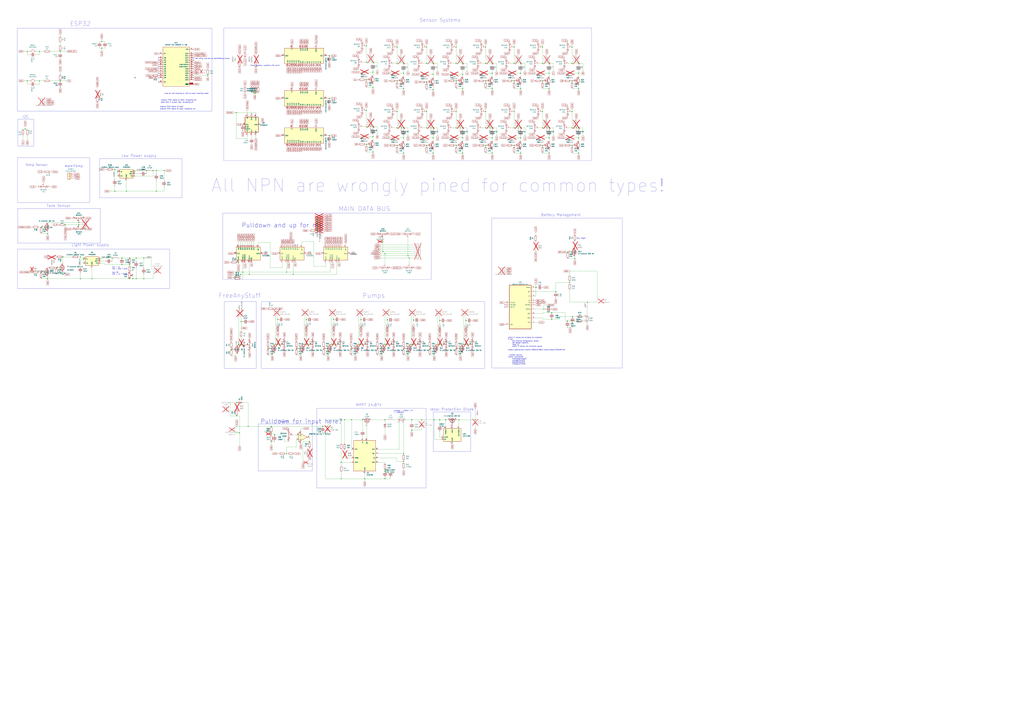
<source format=kicad_sch>
(kicad_sch
	(version 20231120)
	(generator "eeschema")
	(generator_version "8.0")
	(uuid "c26e8d55-0b6e-4c4e-b7c8-b1fed973201c")
	(paper "A0")
	(title_block
		(title "Plant Controller")
		(date "2020-12-21")
		(rev "0.4a")
		(company "C3MA")
	)
	
	(junction
		(at 278.13 502.92)
		(diameter 0)
		(color 0 0 0 0)
		(uuid "006314ff-9060-4674-a7fc-dac02fc6a66c")
	)
	(junction
		(at 314.96 504.19)
		(diameter 0)
		(color 0 0 0 0)
		(uuid "01041127-725b-4ce5-8f58-38fb3fd24a79")
	)
	(junction
		(at 667.512 300.482)
		(diameter 0)
		(color 0 0 0 0)
		(uuid "019516b6-2017-4782-b9e1-e6df47d40092")
	)
	(junction
		(at 571.5 102.87)
		(diameter 0)
		(color 0 0 0 0)
		(uuid "026b3c24-c4bc-4ca0-82cb-9b3a3781338b")
	)
	(junction
		(at 190.5 198.12)
		(diameter 0)
		(color 0 0 0 0)
		(uuid "044b370d-4a42-4fab-a8a0-78f235931201")
	)
	(junction
		(at 502.92 104.14)
		(diameter 0)
		(color 0 0 0 0)
		(uuid "05921202-6f3d-47e7-afc8-54cf16183806")
	)
	(junction
		(at 423.545 556.26)
		(diameter 0)
		(color 0 0 0 0)
		(uuid "064498dc-e504-4f86-9f3f-c7515e3a87b5")
	)
	(junction
		(at 637.54 177.8)
		(diameter 0)
		(color 0 0 0 0)
		(uuid "067aeb1c-cd17-40a2-9804-d78ecf21918c")
	)
	(junction
		(at 93.345 298.45)
		(diameter 0)
		(color 0 0 0 0)
		(uuid "06d8b90d-baa0-4504-baff-642acafdb6f4")
	)
	(junction
		(at 320.04 400.05)
		(diameter 0)
		(color 0 0 0 0)
		(uuid "09028f9d-45e1-4366-826a-88a396abe002")
	)
	(junction
		(at 671.83 177.8)
		(diameter 0)
		(color 0 0 0 0)
		(uuid "09e9f518-61d1-4fd0-86ec-2ca41f027627")
	)
	(junction
		(at 449.58 400.05)
		(diameter 0)
		(color 0 0 0 0)
		(uuid "0a372b77-1bd4-4b2a-8539-3c6b9cb168d3")
	)
	(junction
		(at 274.828 483.108)
		(diameter 0)
		(color 0 0 0 0)
		(uuid "0af1c44b-ddbf-4d31-a823-e5834c357558")
	)
	(junction
		(at 495.3 54.61)
		(diameter 0)
		(color 0 0 0 0)
		(uuid "0b9bd1bd-5d87-4203-ac6d-25f132a9d650")
	)
	(junction
		(at 664.21 168.91)
		(diameter 0)
		(color 0 0 0 0)
		(uuid "0bf93224-513b-43b0-b34e-b83cf88ace50")
	)
	(junction
		(at 31.75 59.69)
		(diameter 0)
		(color 0 0 0 0)
		(uuid "0c801748-df91-4145-83f3-9b19cb585cd0")
	)
	(junction
		(at 274.828 467.868)
		(diameter 0)
		(color 0 0 0 0)
		(uuid "0cbcfcf2-f3b3-4480-9680-29db347f36d4")
	)
	(junction
		(at 433.07 72.39)
		(diameter 0)
		(color 0 0 0 0)
		(uuid "0ebeefe8-2447-4c3c-80b1-d0d61f1efb48")
	)
	(junction
		(at 93.345 323.85)
		(diameter 0)
		(color 0 0 0 0)
		(uuid "0eea3930-0275-4c9f-97c6-e4491faf7ffd")
	)
	(junction
		(at 537.21 73.66)
		(diameter 0)
		(color 0 0 0 0)
		(uuid "0f7c9f5b-15c0-4d15-9880-73614b9dc27c")
	)
	(junction
		(at 289.56 318.77)
		(diameter 0)
		(color 0 0 0 0)
		(uuid "100d0f8b-2f86-49dd-861e-b2d9c9a4a2d9")
	)
	(junction
		(at 478.155 499.745)
		(diameter 0)
		(color 0 0 0 0)
		(uuid "136b5f16-d5fe-4c8a-8508-0e9ad86f8f43")
	)
	(junction
		(at 447.04 294.64)
		(diameter 0)
		(color 0 0 0 0)
		(uuid "14b6b14d-4e33-4c9c-a6d4-2829760e6cc4")
	)
	(junction
		(at 489.585 487.68)
		(diameter 0)
		(color 0 0 0 0)
		(uuid "15c019f7-a03b-47ae-a51c-abc73c51bd40")
	)
	(junction
		(at 563.88 54.61)
		(diameter 0)
		(color 0 0 0 0)
		(uuid "1b762162-080c-4e36-b68b-d3bd15571f83")
	)
	(junction
		(at 368.3 265.43)
		(diameter 0)
		(color 0 0 0 0)
		(uuid "1e71c6eb-62eb-41d4-bfde-df1e7aa7c319")
	)
	(junction
		(at 444.5 280.67)
		(diameter 0)
		(color 0 0 0 0)
		(uuid "1ec24ea8-049a-4547-addf-26eafaa81113")
	)
	(junction
		(at 332.74 527.05)
		(diameter 0)
		(color 0 0 0 0)
		(uuid "1ef17c59-222a-4989-aa08-3c7f869a2700")
	)
	(junction
		(at 468.63 85.09)
		(diameter 0)
		(color 0 0 0 0)
		(uuid "1f4e3c83-7f84-4013-8458-3254f2649743")
	)
	(junction
		(at 277.368 400.812)
		(diameter 0)
		(color 0 0 0 0)
		(uuid "2124662e-0101-4907-a279-d22f77f179e9")
	)
	(junction
		(at 419.1 371.348)
		(diameter 0)
		(color 0 0 0 0)
		(uuid "2125b107-250d-44b9-ae2a-63555b15b96b")
	)
	(junction
		(at 271.78 322.58)
		(diameter 0)
		(color 0 0 0 0)
		(uuid "21c9489c-b7e7-411e-8242-06cb982ccdfb")
	)
	(junction
		(at 541.02 400.05)
		(diameter 0)
		(color 0 0 0 0)
		(uuid "225164a2-0641-4a42-83a1-eb3ceb752f37")
	)
	(junction
		(at 387.35 371.094)
		(diameter 0)
		(color 0 0 0 0)
		(uuid "22b03adb-32c5-4612-9736-645d72daaf12")
	)
	(junction
		(at 510.54 487.68)
		(diameter 0)
		(color 0 0 0 0)
		(uuid "243935e2-4f6a-429d-bbc1-4327fafdf466")
	)
	(junction
		(at 368.3 262.89)
		(diameter 0)
		(color 0 0 0 0)
		(uuid "252d4a75-2db7-460c-aaed-b4520213017f")
	)
	(junction
		(at 425.45 92.71)
		(diameter 0)
		(color 0 0 0 0)
		(uuid "25d1ef73-18e6-4b45-b6a0-d161dc281a1c")
	)
	(junction
		(at 158.115 299.72)
		(diameter 0)
		(color 0 0 0 0)
		(uuid "27bdfd08-9fa2-4018-8386-f5f9458ea23f")
	)
	(junction
		(at 407.67 405.13)
		(diameter 0)
		(color 0 0 0 0)
		(uuid "288439ce-4d40-4524-9a56-c937c30e7f5c")
	)
	(junction
		(at 96.647 300.863)
		(diameter 0)
		(color 0 0 0 0)
		(uuid "2977a76b-3c36-4356-9c23-ef25b0e79774")
	)
	(junction
		(at 480.06 400.05)
		(diameter 0)
		(color 0 0 0 0)
		(uuid "2affe026-8dd0-4fb0-90f9-21a8fa9a4bdc")
	)
	(junction
		(at 659.257 292.862)
		(diameter 0)
		(color 0 0 0 0)
		(uuid "2e5d7e3a-d510-4703-91de-7e2ba8a4a274")
	)
	(junction
		(at 461.01 148.59)
		(diameter 0)
		(color 0 0 0 0)
		(uuid "30055c98-462c-4777-a626-cf867239e38d")
	)
	(junction
		(at 55.245 323.85)
		(diameter 0)
		(color 0 0 0 0)
		(uuid "30c447cc-ce18-498c-a30a-de1223bde459")
	)
	(junction
		(at 671.83 148.59)
		(diameter 0)
		(color 0 0 0 0)
		(uuid "31a2a121-855b-4cf9-8440-5bbee3de3f05")
	)
	(junction
		(at 433.07 83.82)
		(diameter 0)
		(color 0 0 0 0)
		(uuid "31ba5875-8927-4bfd-a4f8-3adf246769c4")
	)
	(junction
		(at 596.9 93.98)
		(diameter 0)
		(color 0 0 0 0)
		(uuid "32072a9c-d2dd-4fe3-9085-b2b6c66fab96")
	)
	(junction
		(at 65.405 311.15)
		(diameter 0)
		(color 0 0 0 0)
		(uuid "33109daa-b629-475e-bf83-217328126604")
	)
	(junction
		(at 322.58 400.05)
		(diameter 0)
		(color 0 0 0 0)
		(uuid "34e846f7-9dcf-4f40-8420-68c319584cee")
	)
	(junction
		(at 433.07 158.75)
		(diameter 0)
		(color 0 0 0 0)
		(uuid "37a79285-75dc-47b1-85e2-e9c3d074f7c7")
	)
	(junction
		(at 380.365 495.3)
		(diameter 0)
		(color 0 0 0 0)
		(uuid "394a6417-c4c4-43a0-ad22-7a964e628e7d")
	)
	(junction
		(at 571.5 73.66)
		(diameter 0)
		(color 0 0 0 0)
		(uuid "3cc3bd38-c946-4c29-a625-e712e268d838")
	)
	(junction
		(at 314.96 513.08)
		(diameter 0)
		(color 0 0 0 0)
		(uuid "3d8fb177-4b5a-4526-95fd-c4109587c044")
	)
	(junction
		(at 274.32 130.81)
		(diameter 0)
		(color 0 0 0 0)
		(uuid "3e916cc3-c4bb-4a04-9995-635a73841757")
	)
	(junction
		(at 537.21 86.36)
		(diameter 0)
		(color 0 0 0 0)
		(uuid "4120f630-88f8-4958-99c5-be8a6b4772f2")
	)
	(junction
		(at 645.414 338.963)
		(diameter 0)
		(color 0 0 0 0)
		(uuid "41246bb7-c8e2-4c38-9094-9b2d2a32bbbe")
	)
	(junction
		(at 461.01 93.98)
		(diameter 0)
		(color 0 0 0 0)
		(uuid "4126858c-c206-4bef-b39b-428bcec4deec")
	)
	(junction
		(at 508 400.05)
		(diameter 0)
		(color 0 0 0 0)
		(uuid "415b2ab4-f4dd-4fee-870b-9ba95dac6a8b")
	)
	(junction
		(at 571.5 148.59)
		(diameter 0)
		(color 0 0 0 0)
		(uuid "4406cfee-0ff2-44ef-a1ef-e6149581217c")
	)
	(junction
		(at 29.21 149.86)
		(diameter 0)
		(color 0 0 0 0)
		(uuid "447db467-5e2a-4cce-9c81-3e3ccb72d2ba")
	)
	(junction
		(at 69.85 59.69)
		(diameter 0)
		(color 0 0 0 0)
		(uuid "44bf766d-2222-4637-ada1-6cbff94abbf8")
	)
	(junction
		(at 150.495 323.85)
		(diameter 0)
		(color 0 0 0 0)
		(uuid "44cd3143-c150-4d17-bd07-6ba56767d7c5")
	)
	(junction
		(at 681.99 351.155)
		(diameter 0)
		(color 0 0 0 0)
		(uuid "4508e97c-f8e4-4ecb-9775-d92576a69269")
	)
	(junction
		(at 495.3 168.91)
		(diameter 0)
		(color 0 0 0 0)
		(uuid "4593d6e5-bc8e-48f0-9775-93846c33113e")
	)
	(junction
		(at 551.815 487.68)
		(diameter 0)
		(color 0 0 0 0)
		(uuid "464f670a-23da-4072-9135-c7f8cde45344")
	)
	(junction
		(at 353.06 400.05)
		(diameter 0)
		(color 0 0 0 0)
		(uuid "477944b3-0f91-44bb-99ca-1f00b91186f2")
	)
	(junction
		(at 637.54 85.09)
		(diameter 0)
		(color 0 0 0 0)
		(uuid "48fa581b-e31c-40cd-be78-2d3ece0a1d84")
	)
	(junction
		(at 461.01 54.61)
		(diameter 0)
		(color 0 0 0 0)
		(uuid "499fccfc-5e44-4fef-9ee9-4d1fdf9faa8f")
	)
	(junction
		(at 495.3 148.59)
		(diameter 0)
		(color 0 0 0 0)
		(uuid "4bdd9a73-35ba-455b-971d-29ad86479519")
	)
	(junction
		(at 344.17 405.13)
		(diameter 0)
		(color 0 0 0 0)
		(uuid "4c43d807-6025-4458-873e-b0e60bc37c3c")
	)
	(junction
		(at 664.21 54.61)
		(diameter 0)
		(color 0 0 0 0)
		(uuid "4f51b0d3-b93c-48c1-8f94-d8097a17151c")
	)
	(junction
		(at 141.605 299.72)
		(diameter 0)
		(color 0 0 0 0)
		(uuid "4fc5b79a-48b8-4875-b2fa-ce2c0b207ed6")
	)
	(junction
		(at 433.07 176.53)
		(diameter 0)
		(color 0 0 0 0)
		(uuid "5087ffa7-63f2-46a1-b798-fd54a43209da")
	)
	(junction
		(at 419.1 400.05)
		(diameter 0)
		(color 0 0 0 0)
		(uuid "547e0024-8ca5-4fd9-9ed0-6e6fa4efe2d1")
	)
	(junction
		(at 433.07 101.6)
		(diameter 0)
		(color 0 0 0 0)
		(uuid "548c700b-f320-487b-b1e6-213ddcf734d3")
	)
	(junction
		(at 276.86 304.8)
		(diameter 0)
		(color 0 0 0 0)
		(uuid "54c228c6-a419-4461-b51c-f4689ab11c16")
	)
	(junction
		(at 480.06 371.856)
		(diameter 0)
		(color 0 0 0 0)
		(uuid "54f14d31-ee75-4d90-bbd6-d53b9269dae6")
	)
	(junction
		(at 596.9 168.91)
		(diameter 0)
		(color 0 0 0 0)
		(uuid "553fd55b-c9b0-4d42-8fea-fe608c6b3e8f")
	)
	(junction
		(at 504.19 487.68)
		(diameter 0)
		(color 0 0 0 0)
		(uuid "55707df8-1ce8-4b01-b189-1ba64f13e6d9")
	)
	(junction
		(at 447.04 487.68)
		(diameter 0)
		(color 0 0 0 0)
		(uuid "557c9344-c4f5-407c-87a3-c05772708fc7")
	)
	(junction
		(at 425.45 128.27)
		(diameter 0)
		(color 0 0 0 0)
		(uuid "56ab9f7a-a80d-45b5-9f13-38a6ae5e5a2f")
	)
	(junction
		(at 664.718 367.919)
		(diameter 0)
		(color 0 0 0 0)
		(uuid "571c9066-df12-43af-bb34-ea8f17352e33")
	)
	(junction
		(at 47.752 263.906)
		(diameter 0)
		(color 0 0 0 0)
		(uuid "5a159a05-57fa-411f-9de3-7f0e035fb745")
	)
	(junction
		(at 154.305 323.85)
		(diameter 0)
		(color 0 0 0 0)
		(uuid "5a782664-d096-4b9f-8da4-e576a5adbff8")
	)
	(junction
		(at 468.63 527.05)
		(diameter 0)
		(color 0 0 0 0)
		(uuid "5aef8b40-8452-4805-a5e4-da8d93469853")
	)
	(junction
		(at 604.52 85.09)
		(diameter 0)
		(color 0 0 0 0)
		(uuid "5db28c81-ecda-48cf-9cf5-82a4652c2d72")
	)
	(junction
		(at 596.9 73.66)
		(diameter 0)
		(color 0 0 0 0)
		(uuid "5de7b025-2047-4e98-ad34-d25039409f9e")
	)
	(junction
		(at 311.15 405.13)
		(diameter 0)
		(color 0 0 0 0)
		(uuid "5df117be-4263-48e0-a710-5721bdeecfb9")
	)
	(junction
		(at 382.27 157.48)
		(diameter 0)
		(color 0 0 0 0)
		(uuid "5e7a5161-1647-47d6-9e0b-ff9ce9e31b86")
	)
	(junction
		(at 495.3 95.25)
		(diameter 0)
		(color 0 0 0 0)
		(uuid "5ebba679-b1e7-40e7-a21c-eaac87c82160")
	)
	(junction
		(at 433.07 147.32)
		(diameter 0)
		(color 0 0 0 0)
		(uuid "5ee86e6c-9861-45ff-aaf3-b0ce155250f5")
	)
	(junction
		(at 532.765 487.68)
		(diameter 0)
		(color 0 0 0 0)
		(uuid "60684402-d96a-439d-a47a-f1940a639b1b")
	)
	(junction
		(at 637.54 73.66)
		(diameter 0)
		(color 0 0 0 0)
		(uuid "6283297a-b875-4df2-a42b-317a52403718")
	)
	(junction
		(at 133.35 222.25)
		(diameter 0)
		(color 0 0 0 0)
		(uuid "62e83d49-6450-4f8e-9161-9823cbd9fa8a")
	)
	(junction
		(at 396.24 556.26)
		(diameter 0)
		(color 0 0 0 0)
		(uuid "62e8e510-5776-41a5-b7ef-659764595cf0")
	)
	(junction
		(at 629.92 54.61)
		(diameter 0)
		(color 0 0 0 0)
		(uuid "639a9374-4baa-414a-a5c4-7e13d2852c2e")
	)
	(junction
		(at 468.63 102.87)
		(diameter 0)
		(color 0 0 0 0)
		(uuid "650b02e4-fb4a-4097-88f3-57b476d8f112")
	)
	(junction
		(at 529.59 54.61)
		(diameter 0)
		(color 0 0 0 0)
		(uuid "66f71efe-5a3b-4842-81ad-702f6a9183fb")
	)
	(junction
		(at 332.74 316.23)
		(diameter 0)
		(color 0 0 0 0)
		(uuid "68f4d8af-c27e-4056-a2a9-dbd2514de570")
	)
	(junction
		(at 664.21 93.98)
		(diameter 0)
		(color 0 0 0 0)
		(uuid "690f2dc5-5473-4546-a0f5-1e3f20786db0")
	)
	(junction
		(at 478.155 487.68)
		(diameter 0)
		(color 0 0 0 0)
		(uuid "697147b1-0224-4f54-a454-fb14851852a2")
	)
	(junction
		(at 502.92 73.66)
		(diameter 0)
		(color 0 0 0 0)
		(uuid "6b072436-9cc5-44f0-8cab-e5273772d205")
	)
	(junction
		(at 517.525 487.68)
		(diameter 0)
		(color 0 0 0 0)
		(uuid "6b9d9747-b3ff-43d2-8486-466834aa4452")
	)
	(junction
		(at 447.04 547.37)
		(diameter 0)
		(color 0 0 0 0)
		(uuid "6bee4d3f-40c6-4254-8d07-1c0c6ec2a6f4")
	)
	(junction
		(at 449.58 371.602)
		(diameter 0)
		(color 0 0 0 0)
		(uuid "6c849387-b46a-4c70-adb8-4a7816d1702c")
	)
	(junction
		(at 130.175 299.72)
		(diameter 0)
		(color 0 0 0 0)
		(uuid "6e8888f6-ec84-4dea-a75b-c49e51edec1e")
	)
	(junction
		(at 571.5 177.8)
		(diameter 0)
		(color 0 0 0 0)
		(uuid "6ee7607b-1843-4037-994f-9b421f85c34b")
	)
	(junction
		(at 596.9 148.59)
		(diameter 0)
		(color 0 0 0 0)
		(uuid "708152d4-5c67-4c3c-967a-78dd154354ad")
	)
	(junction
		(at 529.59 93.98)
		(diameter 0)
		(color 0 0 0 0)
		(uuid "718782ac-57c8-435b-9457-ce995955847d")
	)
	(junction
		(at 368.3 257.81)
		(diameter 0)
		(color 0 0 0 0)
		(uuid "7357611e-6eb5-4b44-a3c1-ee563f8ae0ea")
	)
	(junction
		(at 447.04 400.05)
		(diameter 0)
		(color 0 0 0 0)
		(uuid "74872d2f-df92-44ce-a737-7d0693ac46a3")
	)
	(junction
		(at 288.163 495.3)
		(diameter 0)
		(color 0 0 0 0)
		(uuid "74d5e0e4-cd91-4e01-8980-afaf347113fd")
	)
	(junction
		(at 91.44 258.572)
		(diameter 0)
		(color 0 0 0 0)
		(uuid "750169c9-8dda-4196-8b70-7629a1386317")
	)
	(junction
		(at 421.005 487.68)
		(diameter 0)
		(color 0 0 0 0)
		(uuid "792fa4db-0ff6-47c2-b282-e4d8f6701888")
	)
	(junction
		(at 637.54 102.87)
		(diameter 0)
		(color 0 0 0 0)
		(uuid "79ec289a-2f85-4055-9210-f7916fbc3d1f")
	)
	(junction
		(at 596.9 54.61)
		(diameter 0)
		(color 0 0 0 0)
		(uuid "7a5115d1-34f1-4afd-aab6-8c3f89df22ba")
	)
	(junction
		(at 671.83 160.02)
		(diameter 0)
		(color 0 0 0 0)
		(uuid "7e319f56-b85a-4463-b8f9-7ad8f5763ea8")
	)
	(junction
		(at 146.812 222.25)
		(diameter 0)
		(color 0 0 0 0)
		(uuid "7ea02348-2ae2-4ac7-a02a-9029063eb3d7")
	)
	(junction
		(at 637.54 160.02)
		(diameter 0)
		(color 0 0 0 0)
		(uuid "7eac8976-1652-4c0a-a76d-0530fe3ae3ae")
	)
	(junction
		(at 461.01 129.54)
		(diameter 0)
		(color 0 0 0 0)
		(uuid "7f0237e1-1d71-4027-86cb-d7488d6dce27")
	)
	(junction
		(at 281.94 316.23)
		(diameter 0)
		(color 0 0 0 0)
		(uuid "805ba7db-9e85-428e-9f5b-9063e8278c60")
	)
	(junction
		(at 468.63 405.13)
		(diameter 0)
		(color 0 0 0 0)
		(uuid "80f5b8a1-cdbe-4850-a609-339b8c898669")
	)
	(junction
		(at 473.71 297.18)
		(diameter 0)
		(color 0 0 0 0)
		(uuid "819a85d3-cd43-455c-8023-715c1f29dcd2")
	)
	(junction
		(at 502.92 160.02)
		(diameter 0)
		(color 0 0 0 0)
		(uuid "8239b883-7ac0-49ae-91b3-07b3826c7fe2")
	)
	(junction
		(at 73.025 298.45)
		(diameter 0)
		(color 0 0 0 0)
		(uuid "82572895-6594-489b-b5dd-a8b4d09bcb09")
	)
	(junction
		(at 177.8 198.12)
		(diameter 0)
		(color 0 0 0 0)
		(uuid "843e9870-799e-444a-a4e6-716ced5cbe43")
	)
	(junction
		(at 637.54 148.59)
		(diameter 0)
		(color 0 0 0 0)
		(uuid "89062818-c01b-4c5a-a12c-1e35d52780ff")
	)
	(junction
		(at 425.45 53.34)
		(diameter 0)
		(color 0 0 0 0)
		(uuid "89c9668d-eb10-4371-9427-2b0654758741")
	)
	(junction
		(at 400.05 487.68)
		(diameter 0)
		(color 0 0 0 0)
		(uuid "8badbd3a-472d-49c6-9995-2681ebcad861")
	)
	(junction
		(at 563.88 93.98)
		(diameter 0)
		(color 0 0 0 0)
		(uuid "8bd86f79-7f9c-4c30-9dd8-981806e53813")
	)
	(junction
		(at 671.83 102.87)
		(diameter 0)
		(color 0 0 0 0)
		(uuid "8db1d203-e627-40a1-9aa1-eb87a34a27ca")
	)
	(junction
		(at 75.946 261.112)
		(diameter 0)
		(color 0 0 0 0)
		(uuid "8dbf3f53-4dbe-4577-8253-5d3d05e20a7d")
	)
	(junction
		(at 375.92 405.13)
		(diameter 0)
		(color 0 0 0 0)
		(uuid "8ddc18df-7f6d-40fe-971f-5b7ea913cac2")
	)
	(junction
		(at 495.3 73.66)
		(diameter 0)
		(color 0 0 0 0)
		(uuid "91f51afc-74e9-4689-bf90-5b054783b568")
	)
	(junction
		(at 136.652 199.39)
		(diameter 0)
		(color 0 0 0 0)
		(uuid "9330ab14-2e88-49fc-b8ec-647acef19c05")
	)
	(junction
		(at 425.45 147.32)
		(diameter 0)
		(color 0 0 0 0)
		(uuid "93f019f6-1cb2-47ce-ad4a-b71afdbed778")
	)
	(junction
		(at 529.59 129.54)
		(diameter 0)
		(color 0 0 0 0)
		(uuid "943b67a7-896a-4d51-b5a7-cd6889520825")
	)
	(junction
		(at 571.5 160.02)
		(diameter 0)
		(color 0 0 0 0)
		(uuid "944582dc-9ad6-4270-b98c-6b7423b11410")
	)
	(junction
		(at 537.21 148.59)
		(diameter 0)
		(color 0 0 0 0)
		(uuid "957e10ff-76bd-489f-b9fe-ab1fdb884450")
	)
	(junction
		(at 368.3 255.27)
		(diameter 0)
		(color 0 0 0 0)
		(uuid "95e16490-1476-42b0-b339-2eae951bab1c")
	)
	(junction
		(at 150.495 307.34)
		(diameter 0)
		(color 0 0 0 0)
		(uuid "96f15460-13f3-4312-89f8-b71934eaedb8")
	)
	(junction
		(at 671.83 73.66)
		(diameter 0)
		(color 0 0 0 0)
		(uuid "974cb32f-b17f-415b-a3ed-4c573300644d")
	)
	(junction
		(at 106.807 323.85)
		(diameter 0)
		(color 0 0 0 0)
		(uuid "977868cb-abe1-483f-8f43-5a8a20726067")
	)
	(junction
		(at 563.88 168.91)
		(diameter 0)
		(color 0 0 0 0)
		(uuid "979d0b85-f2dc-43e5-91a2-e7e9a479ccd3")
	)
	(junction
		(at 382.27 64.77)
		(diameter 0)
		(color 0 0 0 0)
		(uuid "99de8f7d-0bac-4189-8a58-7eb488261416")
	)
	(junction
		(at 571.5 85.09)
		(diameter 0)
		(color 0 0 0 0)
		(uuid "9b65336d-5277-4cda-9817-8d963731baca")
	)
	(junction
		(at 241.3 87.63)
		(diameter 0)
		(color 0 0 0 0)
		(uuid "9d32f91d-40f9-42f9-b044-70d19854227e")
	)
	(junction
		(at 510.54 372.364)
		(diameter 0)
		(color 0 0 0 0)
		(uuid "a1d7e5c8-d217-457c-b56c-ecad97fd4c0e")
	)
	(junction
		(at 538.48 400.05)
		(diameter 0)
		(color 0 0 0 0)
		(uuid "a29c0663-342d-4535-aac0-b31dad8318cf")
	)
	(junction
		(at 45.72 59.69)
		(diameter 0)
		(color 0 0 0 0)
		(uuid "a3104c80-278d-416a-b409-fd08d784c6c7")
	)
	(junction
		(at 563.88 73.66)
		(diameter 0)
		(color 0 0 0 0)
		(uuid "a4f2e3e9-2f62-4ed2-91cb-96ac4bea021e")
	)
	(junction
		(at 355.6 400.05)
		(diameter 0)
		(color 0 0 0 0)
		(uuid "a685894a-983c-450f-b9c3-4d7e6d929974")
	)
	(junction
		(at 425.45 167.64)
		(diameter 0)
		(color 0 0 0 0)
		(uuid "a692c08c-551f-44a7-adb6-606c3bb62932")
	)
	(junction
		(at 167.005 323.85)
		(diameter 0)
		(color 0 0 0 0)
		(uuid "a70da482-a861-4e2f-9d2b-6183a6f0f87e")
	)
	(junction
		(at 37.084 316.23)
		(diameter 0)
		(color 0 0 0 0)
		(uuid "a757038c-5365-4452-9233-cd270451996f")
	)
	(junction
		(at 629.92 129.54)
		(diameter 0)
		(color 0 0 0 0)
		(uuid "a77abfe7-e262-4002-9648-a4dca1c184b1")
	)
	(junction
		(at 495.3 129.54)
		(diameter 0)
		(color 0 0 0 0)
		(uuid "a7ead05e-fd26-4f6a-98b1-c130e29a0605")
	)
	(junction
		(at 468.63 535.94)
		(diameter 0)
		(color 0 0 0 0)
		(uuid "a8c1d291-f95c-499f-a8f0-8d347b07d19e")
	)
	(junction
		(at 408.305 487.68)
		(diameter 0)
		(color 0 0 0 0)
		(uuid "a90e40e7-9f3e-4a7e-bc30-d292bc1ab9ed")
	)
	(junction
		(at 396.24 487.68)
		(diameter 0)
		(color 0 0 0 0)
		(uuid "a918e227-4862-4ef1-b1b4-1ecbab47421d")
	)
	(junction
		(at 529.59 168.91)
		(diameter 0)
		(color 0 0 0 0)
		(uuid "a97fc95b-6246-49f0-b0cf-bf3aa6f54de2")
	)
	(junction
		(at 99.314 266.192)
		(diameter 0)
		(color 0 0 0 0)
		(uuid "a99f2dd3-1db5-4646-bd5d-42af73cee85a")
	)
	(junction
		(at 377.825 502.92)
		(diameter 0)
		(color 0 0 0 0)
		(uuid "aa0d7669-67ff-4603-888b-7d15a03d73a6")
	)
	(junction
		(at 150.495 299.72)
		(diameter 0)
		(color 0 0 0 0)
		(uuid "aa659c87-6d9f-4a94-913b-ec00337baaa9")
	)
	(junction
		(at 537.21 160.02)
		(diameter 0)
		(color 0 0 0 0)
		(uuid "aa7470b0-25fe-426c-8e11-da1c1d924805")
	)
	(junction
		(at 141.605 307.34)
		(diameter 0)
		(color 0 0 0 0)
		(uuid "ab83cc7b-a4bb-42ce-806a-ad57b1f1f16f")
	)
	(junction
		(at 622.3 333.883)
		(diameter 0)
		(color 0 0 0 0)
		(uuid "abed498a-7286-4258-a6a3-0ad40837fa9c")
	)
	(junction
		(at 318.77 505.46)
		(diameter 0)
		(color 0 0 0 0)
		(uuid "ac18742b-0669-4417-bf96-99d1ab0ff75f")
	)
	(junction
		(at 529.59 405.13)
		(diameter 0)
		(color 0 0 0 0)
		(uuid "ac6041ae-1077-46a6-b33a-6e568b0f7d89")
	)
	(junction
		(at 297.18 107.95)
		(diameter 0)
		(color 0 0 0 0)
		(uuid "ad6aca5a-aa99-4b42-a3e4-f6f27dae664e")
	)
	(junction
		(at 355.6 371.348)
		(diameter 0)
		(color 0 0 0 0)
		(uuid "ae161ff6-e303-4db5-b037-b1f45682a4bb")
	)
	(junction
		(at 604.52 73.66)
		(diameter 0)
		(color 0 0 0 0)
		(uuid "af24c530-bace-4098-b28e-8213bb1a8743")
	)
	(junction
		(at 295.91 107.95)
		(diameter 0)
		(color 0 0 0 0)
		(uuid "af4549b6-4e25-4c36-b4d9-5cfa50547ca1")
	)
	(junction
		(at 359.41 513.08)
		(diameter 0)
		(color 0 0 0 0)
		(uuid "b3465a47-f032-463a-8cb4-a402cd509d71")
	)
	(junction
		(at 382.27 114.3)
		(diameter 0)
		(color 0 0 0 0)
		(uuid "b5f987b1-82e9-4d50-afd8-20682cecf96f")
	)
	(junction
		(at 468.63 177.8)
		(diameter 0)
		(color 0 0 0 0)
		(uuid "b88c6033-15ac-4b13-83da-7bbe1c1195dd")
	)
	(junction
		(at 502.92 177.8)
		(diameter 0)
		(color 0 0 0 0)
		(uuid "bb2d97e8-7888-40b3-ad5f-0b2ed971ec7b")
	)
	(junction
		(at 73.025 318.77)
		(diameter 0)
		(color 0 0 0 0)
		(uuid "c1341956-3e76-4b89-ab41-469a1db0015c")
	)
	(junction
		(at 510.54 400.05)
		(diameter 0)
		(color 0 0 0 0)
		(uuid "c1611925-d0ac-42a4-83ae-6844b1cb71e3")
	)
	(junction
		(at 461.01 73.66)
		(diameter 0)
		(color 0 0 0 0)
		(uuid "c1f12c77-fc36-4c4e-9402-b971f8787376")
	)
	(junction
		(at 91.44 261.112)
		(diameter 0)
		(color 0 0 0 0)
		(uuid "c2c812ed-41b4-4200-984f-e76eae1d14de")
	)
	(junction
		(at 45.72 93.98)
		(diameter 0)
		(color 0 0 0 0)
		(uuid "c39add44-ba76-41fb-8f18-28fa0366e282")
	)
	(junction
		(at 314.96 495.3)
		(diameter 0)
		(color 0 0 0 0)
		(uuid "c658b47a-3e79-4147-ac21-89a17ecf409a")
	)
	(junction
		(at 322.58 371.094)
		(diameter 0)
		(color 0 0 0 0)
		(uuid "c6d07995-bb57-4c01-9d40-c8c408016a09")
	)
	(junction
		(at 468.63 73.66)
		(diameter 0)
		(color 0 0 0 0)
		(uuid "c9bcc4dd-2e45-4814-917d-222bf96092ff")
	)
	(junction
		(at 181.61 222.25)
		(diameter 0)
		(color 0 0 0 0)
		(uuid "cac620f5-0af6-41f8-9844-d9f07ee0c129")
	)
	(junction
		(at 396.24 537.21)
		(diameter 0)
		(color 0 0 0 0)
		(uuid "caf08951-498e-42d7-836c-4ada133aecad")
	)
	(junction
		(at 279.908 373.634)
		(diameter 0)
		(color 0 0 0 0)
		(uuid "cbfbbc2e-484a-4954-8dc2-c7386c5d1301")
	)
	(junction
		(at 640.588 363.347)
		(diameter 0)
		(color 0 0 0 0)
		(uuid "cc2cd7a1-fffc-47d8-9f80-fed0488b65e2")
	)
	(junction
		(at 529.59 73.66)
		(diameter 0)
		(color 0 0 0 0)
		(uuid "cc4db2b3-7a3d-4ef2-b3b0-bc2a5b38938e")
	)
	(junction
		(at 133.35 196.85)
		(diameter 0)
		(color 0 0 0 0)
		(uuid "cc922bc0-96bd-4b17-b53a-b9b1b8fdaebf")
	)
	(junction
		(at 294.64 107.95)
		(diameter 0)
		(color 0 0 0 0)
		(uuid "cd4269e0-1f42-4344-8d26-de82a41ddaff")
	)
	(junction
		(at 629.92 93.98)
		(diameter 0)
		(color 0 0 0 0)
		(uuid "ceefa2d2-00e3-4b3c-a7ad-0e8ac388ebb9")
	)
	(junction
		(at 604.52 177.8)
		(diameter 0)
		(color 0 0 0 0)
		(uuid "d001e9a1-587b-41cc-81aa-c56d8da361ee")
	)
	(junction
		(at 499.11 405.13)
		(diameter 0)
		(color 0 0 0 0)
		(uuid "d0ccfc37-9d2e-4994-b901-fab6c387aa2a")
	)
	(junction
		(at 537.21 177.8)
		(diameter 0)
		(color 0 0 0 0)
		(uuid "d1010438-7a43-4538-9e86-217bd01f8c14")
	)
	(junction
		(at 368.3 267.97)
		(diameter 0)
		(color 0 0 0 0)
		(uuid "d14a960b-df64-4cee-80fc-25c3debc3b63")
	)
	(junction
		(at 158.115 323.85)
		(diameter 0)
		(color 0 0 0 0)
		(uuid "d17c286e-9606-4cb2-902a-10021903ed9a")
	)
	(junction
		(at 671.83 85.09)
		(diameter 0)
		(color 0 0 0 0)
		(uuid "d1d52e82-91ba-48cd-b468-139b1071e8d5")
	)
	(junction
		(at 31.75 93.98)
		(diameter 0)
		(color 0 0 0 0)
		(uuid "d2b0a197-1410-44de-bdc3-e63959ff5b39")
	)
	(junction
		(at 537.21 102.87)
		(diameter 0)
		(color 0 0 0 0)
		(uuid "d2b90904-e6cb-4742-881e-0fd35570115c")
	)
	(junction
		(at 368.3 252.73)
		(diameter 0)
		(color 0 0 0 0)
		(uuid "d48d5ecb-021c-46d1-b6e1-8cccf5ad30d1")
	)
	(junction
		(at 661.416 328.295)
		(diameter 0)
		(color 0 0 0 0)
		(uuid "d5d6a42c-48b3-4a54-a79b-12276d91096b")
	)
	(junction
		(at 55.372 271.526)
		(diameter 0)
		(color 0 0 0 0)
		(uuid "d6db9766-b81b-4a66-bc0a-843f0aeb559b")
	)
	(junction
		(at 541.02 372.364)
		(diameter 0)
		(color 0 0 0 0)
		(uuid "d776c8dc-ee54-41b4-8224-e7ddbf0679dc")
	)
	(junction
		(at 640.588 370.967)
		(diameter 0)
		(color 0 0 0 0)
		(uuid "da137c69-6bb9-4555-bf7f-fd4ad6c5fd06")
	)
	(junction
		(at 438.15 405.13)
		(diameter 0)
		(color 0 0 0 0)
		(uuid "db8fa153-556e-4fc4-a8b6-63a7062d08ed")
	)
	(junction
		(at 425.45 72.39)
		(diameter 0)
		(color 0 0 0 0)
		(uuid "dc8c6e94-1eff-45c1-b92e-b1caf2f34015")
	)
	(junction
		(at 181.61 198.12)
		(diameter 0)
		(color 0 0 0 0)
		(uuid "dd5d2f91-6f31-4419-a01a-1ac3389098ab")
	)
	(junction
		(at 374.65 495.3)
		(diameter 0)
		(color 0 0 0 0)
		(uuid "dda3d65b-6f54-4ee4-b1a0-dc35f1b01992")
	)
	(junction
		(at 170.18 198.12)
		(diameter 0)
		(color 0 0 0 0)
		(uuid "de92b6a6-7a53-41cb-a051-66e1e7d1d440")
	)
	(junction
		(at 368.3 260.35)
		(diameter 0)
		(color 0 0 0 0)
		(uuid "dfafa1ec-5cf4-4609-89b7-e43a37c90c17")
	)
	(junction
		(at 529.59 148.59)
		(diameter 0)
		(color 0 0 0 0)
		(uuid "e018a52d-1f7f-43d2-9757-f2f7c2a0a9c0")
	)
	(junction
		(at 604.52 148.59)
		(diameter 0)
		(color 0 0 0 0)
		(uuid "e0334824-28a0-4a4e-ab6d-b2e5a2ed4e19")
	)
	(junction
		(at 604.52 160.02)
		(diameter 0)
		(color 0 0 0 0)
		(uuid "e03df205-b0f8-4eb0-94ac-6d108b56efdd")
	)
	(junction
		(at 664.21 73.66)
		(diameter 0)
		(color 0 0 0 0)
		(uuid "e3a79e63-e583-47fd-8a7e-9e2f377a96f0")
	)
	(junction
		(at 268.478 405.892)
		(diameter 0)
		(color 0 0 0 0)
		(uuid "e3bac401-521f-443a-951f-18f502070861")
	)
	(junction
		(at 340.36 318.77)
		(diameter 0)
		(color 0 0 0 0)
		(uuid "e464f851-f7e1-4e95-b3ff-5a5e1e06a88d")
	)
	(junction
		(at 167.005 299.72)
		(diameter 0)
		(color 0 0 0 0)
		(uuid "e48746df-7668-499a-98dc-b9ffcda2bccd")
	)
	(junction
		(at 47.625 316.23)
		(diameter 0)
		(color 0 0 0 0)
		(uuid "e4c2dbc9-3598-4718-afb3-500c7ff75445")
	)
	(junction
		(at 447.04 556.26)
		(diameter 0)
		(color 0 0 0 0)
		(uuid "e5f993bb-4d95-4a9a-b24b-923011bb963a")
	)
	(junction
		(at 387.35 400.05)
		(diameter 0)
		(color 0 0 0 0)
		(uuid "e6344c4b-5e26-4315-8e1d-efd642df3581")
	)
	(junction
		(at 563.88 148.59)
		(diameter 0)
		(color 0 0 0 0)
		(uuid "e76d7a19-9315-45bb-9ea4-e65adba1a7a8")
	)
	(junction
		(at 444.5 292.1)
		(diameter 0)
		(color 0 0 0 0)
		(uuid "e86900c0-86ce-4777-88bb-4f9ecf777fc0")
	)
	(junction
		(at 629.92 168.91)
		(diameter 0)
		(color 0 0 0 0)
		(uuid "e879c254-09e3-4fcf-9f2d-28dd7d9ba433")
	)
	(junction
		(at 468.63 148.59)
		(diameter 0)
		(color 0 0 0 0)
		(uuid "e97dcb44-7b48-4f00-aba6-795f672687ba")
	)
	(junction
		(at 631.444 359.283)
		(diameter 0)
		(color 0 0 0 0)
		(uuid "ea2ed474-b80c-41c1-b8f5-085b08547d63")
	)
	(junction
		(at 658.876 372.999)
		(diameter 0)
		(color 0 0 0 0)
		(uuid "ea4d2cbb-15b1-43ba-9c85-87d68b81d9f6")
	)
	(junction
		(at 279.908 400.812)
		(diameter 0)
		(color 0 0 0 0)
		(uuid "ea81a12e-80a8-4055-a8fc-17c9562b0042")
	)
	(junction
		(at 279.4 318.77)
		(diameter 0)
		(color 0 0 0 0)
		(uuid "eb134ef6-0e32-46e8-9263-d8797dfe432d")
	)
	(junction
		(at 629.92 73.66)
		(diameter 0)
		(color 0 0 0 0)
		(uuid "ec234dbf-5504-4d77-9942-03edf134f9e0")
	)
	(junction
		(at 118.11 55.88)
		(diameter 0)
		(color 0 0 0 0)
		(uuid "eccbfa59-0c6d-47df-8d18-db1d8a427072")
	)
	(junction
		(at 69.85 93.98)
		(diameter 0)
		(color 0 0 0 0)
		(uuid "ed603a96-a752-490d-9f6b-e11a5c28a267")
	)
	(junction
		(at 629.92 148.59)
		(diameter 0)
		(color 0 0 0 0)
		(uuid "ee1a89d1-031b-4d98-a62d-973c7823ade8")
	)
	(junction
		(at 477.52 400.05)
		(diameter 0)
		(color 0 0 0 0)
		(uuid "ee4ab3a4-59f7-4db1-a482-501b9cb3788f")
	)
	(junction
		(at 474.98 299.72)
		(diameter 0)
		(color 0 0 0 0)
		(uuid "ef25ea8a-6f53-4ead-85fb-dc902e324c3a")
	)
	(junction
		(at 502.92 86.36)
		(diameter 0)
		(color 0 0 0 0)
		(uuid "efdf307e-8d67-430a-8c03-6dab3e4f4f72")
	)
	(junction
		(at 118.11 48.26)
		(diameter 0)
		(color 0 0 0 0)
		(uuid "f1a67806-2122-488a-be9e-3def99cac9b4")
	)
	(junction
		(at 468.63 160.02)
		(diameter 0)
		(color 0 0 0 0)
		(uuid "f3311c3a-ce52-435d-9996-86b7f9c1e897")
	)
	(junction
		(at 384.81 400.05)
		(diameter 0)
		(color 0 0 0 0)
		(uuid "f33c1570-2595-49f1-9ca5-56aecadb8578")
	)
	(junction
		(at 461.01 168.91)
		(diameter 0)
		(color 0 0 0 0)
		(uuid "f46f3c81-f81c-494b-940e-b2a7612a9b00")
	)
	(junction
		(at 502.92 148.59)
		(diameter 0)
		(color 0 0 0 0)
		(uuid "f97a5685-0e9a-42fc-8703-e760793b9fd0")
	)
	(junction
		(at 664.21 148.59)
		(diameter 0)
		(color 0 0 0 0)
		(uuid "fadeb8be-e293-403d-b08e-d4079f1d66c2")
	)
	(junction
		(at 596.9 129.54)
		(diameter 0)
		(color 0 0 0 0)
		(uuid "faf76a27-4651-4082-83d1-9449cc5a0db2")
	)
	(junction
		(at 664.21 129.54)
		(diameter 0)
		(color 0 0 0 0)
		(uuid "fd16341c-1c4c-4bd6-a643-9f711a9c3408")
	)
	(junction
		(at 563.88 129.54)
		(diameter 0)
		(color 0 0 0 0)
		(uuid "fd82d936-40c3-47c3-8f6b-5ed31b17a829")
	)
	(junction
		(at 604.52 102.87)
		(diameter 0)
		(color 0 0 0 0)
		(uuid "fedba8c9-8c3d-4d07-a3e2-646f50f83f6f")
	)
	(junction
		(at 416.56 400.05)
		(diameter 0)
		(color 0 0 0 0)
		(uuid "ff4c02dc-5696-44f6-8008-5806e9acfc7a")
	)
	(no_connect
		(at 224.79 69.85)
		(uuid "11ce84ce-44a9-4518-a182-d1fa021941ba")
	)
	(no_connect
		(at 586.232 356.743)
		(uuid "301f968e-2ec8-4ccb-9484-9b52fd4c2f33")
	)
	(no_connect
		(at 184.15 67.31)
		(uuid "6d645bf1-339f-4b38-a26a-bdd168ca591e")
	)
	(no_connect
		(at 345.44 284.48)
		(uuid "719545ae-5f44-4f43-8b18-88571e66d52d")
	)
	(no_connect
		(at 184.15 85.09)
		(uuid "73f22c4a-853b-4663-a287-174ec9a91a1b")
	)
	(no_connect
		(at 184.15 69.85)
		(uuid "80156458-0c76-4971-a355-021501422841")
	)
	(no_connect
		(at 224.79 67.31)
		(uuid "a51a1ec3-f41f-4d68-aa13-e08c63246ac6")
	)
	(no_connect
		(at 342.9 284.48)
		(uuid "afc642fd-b037-4b56-8f9c-d8d1e4407c08")
	)
	(no_connect
		(at 586.232 354.203)
		(uuid "bfbcf357-a418-4f1e-bc29-ca100b7597a9")
	)
	(no_connect
		(at 292.1 132.08)
		(uuid "dd3ce984-3983-4f09-82f2-e087fd9c0ec0")
	)
	(no_connect
		(at 184.15 77.47)
		(uuid "f112b500-a680-49d1-8ed2-1da1c4b8baeb")
	)
	(wire
		(pts
			(xy 26.67 157.48) (xy 26.67 162.56)
		)
		(stroke
			(width 0)
			(type default)
		)
		(uuid "003b740f-4a16-46ca-93c7-dff311fe3df9")
	)
	(wire
		(pts
			(xy 693.42 351.155) (xy 681.99 351.155)
		)
		(stroke
			(width 0)
			(type default)
		)
		(uuid "0053f506-cadc-47e6-8f90-63918ab6e01c")
	)
	(wire
		(pts
			(xy 156.972 199.39) (xy 156.972 198.12)
		)
		(stroke
			(width 0)
			(type default)
		)
		(uuid "00544d92-b95c-48ab-bded-20aed4215a84")
	)
	(wire
		(pts
			(xy 468.63 99.06) (xy 468.63 102.87)
		)
		(stroke
			(width 0)
			(type default)
		)
		(uuid "00606928-bac5-4408-a3d7-21407fadee68")
	)
	(wire
		(pts
			(xy 649.478 370.967) (xy 640.588 370.967)
		)
		(stroke
			(width 0)
			(type default)
		)
		(uuid "0138e388-dcd3-4184-8aff-8bcdb067e52f")
	)
	(wire
		(pts
			(xy 41.91 63.5) (xy 45.72 63.5)
		)
		(stroke
			(width 0)
			(type default)
		)
		(uuid "0177a789-58ee-4342-a75b-6dc9759a0292")
	)
	(wire
		(pts
			(xy 175.895 313.055) (xy 175.895 299.72)
		)
		(stroke
			(width 0)
			(type default)
		)
		(uuid "017ff145-3761-41b1-9921-b6b9c4d34ef1")
	)
	(wire
		(pts
			(xy 438.15 81.28) (xy 438.15 72.39)
		)
		(stroke
			(width 0)
			(type default)
		)
		(uuid "01857332-fc13-4684-bb70-f9eee886c3a0")
	)
	(wire
		(pts
			(xy 510.54 372.364) (xy 510.54 377.19)
		)
		(stroke
			(width 0)
			(type default)
		)
		(uuid "019c3cdc-6669-4649-94f3-4ae853aeb18a")
	)
	(wire
		(pts
			(xy 604.52 173.99) (xy 604.52 177.8)
		)
		(stroke
			(width 0)
			(type default)
		)
		(uuid "01eb084a-fac6-4933-81d9-7496a9d7ebe6")
	)
	(wire
		(pts
			(xy 381 487.68) (xy 381 495.3)
		)
		(stroke
			(width 0)
			(type default)
		)
		(uuid "0209f908-9ab2-4859-bfcd-be82dd453d27")
	)
	(wire
		(pts
			(xy 55.372 258.572) (xy 91.44 258.572)
		)
		(stroke
			(width 0)
			(type default)
		)
		(uuid "02ba64d9-e763-4d47-978e-74978085583f")
	)
	(wire
		(pts
			(xy 314.96 513.08) (xy 314.96 516.89)
		)
		(stroke
			(width 0)
			(type default)
		)
		(uuid "02d9f525-81dc-4358-a721-5c3e828397c8")
	)
	(wire
		(pts
			(xy 381 410.21) (xy 381 412.75)
		)
		(stroke
			(width 0)
			(type default)
		)
		(uuid "0404e42b-a8e3-46d1-bd78-a03d3bf9ef75")
	)
	(wire
		(pts
			(xy 571.5 157.48) (xy 571.5 160.02)
		)
		(stroke
			(width 0)
			(type default)
		)
		(uuid "043cb6ff-a5c8-4fbb-82cf-aefb30c6af7f")
	)
	(wire
		(pts
			(xy 502.92 148.59) (xy 502.92 149.86)
		)
		(stroke
			(width 0)
			(type default)
		)
		(uuid "0476c96d-84c7-40c6-a537-1e276919c966")
	)
	(wire
		(pts
			(xy 322.58 368.3) (xy 322.58 371.094)
		)
		(stroke
			(width 0)
			(type default)
		)
		(uuid "0493a217-294f-4dbb-9ddb-266a136d82bf")
	)
	(wire
		(pts
			(xy 447.04 556.26) (xy 447.04 554.99)
		)
		(stroke
			(width 0)
			(type default)
		)
		(uuid "050384b2-02ed-4f35-bf49-9f2b56872ebf")
	)
	(wire
		(pts
			(xy 267.208 467.868) (xy 274.828 467.868)
		)
		(stroke
			(width 0)
			(type default)
		)
		(uuid "0528c3df-8906-4063-94f0-6f2c8cf50025")
	)
	(wire
		(pts
			(xy 441.96 297.18) (xy 473.71 297.18)
		)
		(stroke
			(width 0)
			(type default)
		)
		(uuid "060df674-6c99-455c-90bc-a6a9efc03924")
	)
	(wire
		(pts
			(xy 537.21 410.21) (xy 534.67 410.21)
		)
		(stroke
			(width 0)
			(type default)
		)
		(uuid "064a38e2-3216-4113-a380-67f38427a639")
	)
	(wire
		(pts
			(xy 408.305 521.97) (xy 408.305 487.68)
		)
		(stroke
			(width 0)
			(type default)
		)
		(uuid "06aab875-7c24-44e0-af16-3ef5b38c789f")
	)
	(wire
		(pts
			(xy 177.8 323.85) (xy 177.8 315.595)
		)
		(stroke
			(width 0)
			(type default)
		)
		(uuid "0707b3d1-d988-44db-8586-ffdfd16b4e1a")
	)
	(wire
		(pts
			(xy 190.5 198.12) (xy 190.5 209.55)
		)
		(stroke
			(width 0)
			(type default)
		)
		(uuid "073a5a3e-ce2a-4308-9d5f-8e5083d6900a")
	)
	(wire
		(pts
			(xy 468.63 102.87) (xy 468.63 104.14)
		)
		(stroke
			(width 0)
			(type default)
		)
		(uuid "0802fcfa-31f6-4de3-837d-50a67ccd2733")
	)
	(wire
		(pts
			(xy 449.58 400.05) (xy 447.04 400.05)
		)
		(stroke
			(width 0)
			(type default)
		)
		(uuid "084fded9-cfee-400e-9325-0f602e45de35")
	)
	(wire
		(pts
			(xy 468.63 73.66) (xy 461.01 73.66)
		)
		(stroke
			(width 0)
			(type default)
		)
		(uuid "086d707f-71ed-4ce7-ae50-77e1a1bb4743")
	)
	(wire
		(pts
			(xy 426.085 495.3) (xy 426.085 509.27)
		)
		(stroke
			(width 0)
			(type default)
		)
		(uuid "0a41d184-a92a-423a-a1ed-8403bc262715")
	)
	(wire
		(pts
			(xy 529.59 403.86) (xy 529.59 405.13)
		)
		(stroke
			(width 0)
			(type default)
		)
		(uuid "0b0ca2cc-5b1f-45a8-87ce-17db11d51839")
	)
	(wire
		(pts
			(xy 576.58 73.66) (xy 571.5 73.66)
		)
		(stroke
			(width 0)
			(type default)
		)
		(uuid "0bfb4148-db3c-4ac8-b372-638382bf488e")
	)
	(wire
		(pts
			(xy 154.305 323.85) (xy 158.115 323.85)
		)
		(stroke
			(width 0)
			(type default)
		)
		(uuid "0c38d0d8-b4f2-443e-af1f-eea7d894e6db")
	)
	(wire
		(pts
			(xy 671.83 148.59) (xy 664.21 148.59)
		)
		(stroke
			(width 0)
			(type default)
		)
		(uuid "0c88fde5-da71-472a-8f1d-0375025b916d")
	)
	(wire
		(pts
			(xy 473.71 148.59) (xy 468.63 148.59)
		)
		(stroke
			(width 0)
			(type default)
		)
		(uuid "0c904f6f-bf4f-422a-a5de-15ea8badc359")
	)
	(wire
		(pts
			(xy 528.32 93.98) (xy 529.59 93.98)
		)
		(stroke
			(width 0)
			(type default)
		)
		(uuid "0d6bafbb-6da8-4db3-8cb2-2d07dbc1f80c")
	)
	(wire
		(pts
			(xy 630.428 364.363) (xy 621.792 364.363)
		)
		(stroke
			(width 0)
			(type default)
		)
		(uuid "0d6c20ce-9cac-49ba-a22d-21974c44b4a4")
	)
	(wire
		(pts
			(xy 468.63 173.99) (xy 468.63 177.8)
		)
		(stroke
			(width 0)
			(type default)
		)
		(uuid "0de4fa0b-b6e3-42c1-a7b0-e2e7921e8012")
	)
	(wire
		(pts
			(xy 382.27 64.77) (xy 383.54 64.77)
		)
		(stroke
			(width 0)
			(type default)
		)
		(uuid "0e4a0b7f-4ba1-4e0e-b717-a158f4226979")
	)
	(wire
		(pts
			(xy 631.444 359.283) (xy 633.095 359.283)
		)
		(stroke
			(width 0)
			(type default)
		)
		(uuid "0e8314bb-7945-4b0a-a0ae-c2098f514198")
	)
	(wire
		(pts
			(xy 532.765 487.68) (xy 532.765 495.3)
		)
		(stroke
			(width 0)
			(type default)
		)
		(uuid "0eaa1397-d5f3-4146-853a-480b80af26af")
	)
	(wire
		(pts
			(xy 55.245 323.85) (xy 93.345 323.85)
		)
		(stroke
			(width 0)
			(type default)
		)
		(uuid "0eb9dc12-a443-4a66-a7f6-19cd17c4e3f4")
	)
	(wire
		(pts
			(xy 664.21 146.05) (xy 664.21 148.59)
		)
		(stroke
			(width 0)
			(type default)
		)
		(uuid "0ee90775-6921-419c-b110-dfc80b7dc670")
	)
	(wire
		(pts
			(xy 676.91 367.919) (xy 678.18 367.919)
		)
		(stroke
			(width 0)
			(type default)
		)
		(uuid "0ef98f37-f666-4edd-adc6-2b452cc2fddd")
	)
	(wire
		(pts
			(xy 676.91 82.55) (xy 676.91 73.66)
		)
		(stroke
			(width 0)
			(type default)
		)
		(uuid "0f5baf41-5991-439e-91c6-c8d5e1c9548d")
	)
	(wire
		(pts
			(xy 167.005 318.77) (xy 167.005 323.85)
		)
		(stroke
			(width 0)
			(type default)
		)
		(uuid "0fe4f881-4955-4cd0-aff7-2d7b488e293f")
	)
	(wire
		(pts
			(xy 537.21 148.59) (xy 529.59 148.59)
		)
		(stroke
			(width 0)
			(type default)
		)
		(uuid "102bb86c-7978-4041-87a5-5b198f7ab78d")
	)
	(wire
		(pts
			(xy 637.54 99.06) (xy 637.54 102.87)
		)
		(stroke
			(width 0)
			(type default)
		)
		(uuid "1057b6ad-ce5c-42d3-8ba1-d22793d47382")
	)
	(wire
		(pts
			(xy 106.807 323.85) (xy 106.807 311.023)
		)
		(stroke
			(width 0)
			(type default)
		)
		(uuid "10f2d3f2-7228-401e-81f4-409d093205d1")
	)
	(wire
		(pts
			(xy 658.114 292.862) (xy 659.257 292.862)
		)
		(stroke
			(width 0)
			(type default)
		)
		(uuid "1172bd3d-97c1-4ab1-bacc-e3e40d049877")
	)
	(wire
		(pts
			(xy 473.71 297.18) (xy 480.06 297.18)
		)
		(stroke
			(width 0)
			(type default)
		)
		(uuid "11eaf6c9-3903-4fd2-bae9-169cb5b432f4")
	)
	(wire
		(pts
			(xy 421.005 487.68) (xy 421.005 499.745)
		)
		(stroke
			(width 0)
			(type default)
		)
		(uuid "11fcb7a2-4722-4e65-bbb7-34261f7450cb")
	)
	(wire
		(pts
			(xy 676.91 73.66) (xy 671.83 73.66)
		)
		(stroke
			(width 0)
			(type default)
		)
		(uuid "121cad29-6625-4630-8e2f-e0133815049d")
	)
	(wire
		(pts
			(xy 661.416 351.155) (xy 681.99 351.155)
		)
		(stroke
			(width 0)
			(type default)
		)
		(uuid "12de7949-ae3c-4544-9587-c79e11830b5b")
	)
	(wire
		(pts
			(xy 528.32 168.91) (xy 529.59 168.91)
		)
		(stroke
			(width 0)
			(type default)
		)
		(uuid "1330e4f4-5c83-4733-8478-4bb3395b6583")
	)
	(wire
		(pts
			(xy 637.54 177.8) (xy 637.54 179.07)
		)
		(stroke
			(width 0)
			(type default)
		)
		(uuid "137ee87c-6003-4805-bdab-e093f4b16e4b")
	)
	(wire
		(pts
			(xy 468.63 403.86) (xy 468.63 405.13)
		)
		(stroke
			(width 0)
			(type default)
		)
		(uuid "14243c4c-5859-4c53-8bc7-a7f574a3e6ea")
	)
	(wire
		(pts
			(xy 387.35 371.094) (xy 387.35 375.92)
		)
		(stroke
			(width 0)
			(type default)
		)
		(uuid "145d7c29-86b5-4096-8cd2-829e11acb6dd")
	)
	(wire
		(pts
			(xy 629.92 85.09) (xy 637.54 85.09)
		)
		(stroke
			(width 0)
			(type default)
		)
		(uuid "151782c2-0a57-484c-a3ed-91621c6d2efb")
	)
	(wire
		(pts
			(xy 383.54 304.8) (xy 383.54 316.23)
		)
		(stroke
			(width 0)
			(type default)
		)
		(uuid "151ec8a6-6b4b-446c-b1c4-0ad8fa8e5267")
	)
	(wire
		(pts
			(xy 461.01 102.87) (xy 468.63 102.87)
		)
		(stroke
			(width 0)
			(type default)
		)
		(uuid "152bd798-bb41-4b0a-9bab-cca3e233a310")
	)
	(wire
		(pts
			(xy 495.3 86.36) (xy 502.92 86.36)
		)
		(stroke
			(width 0)
			(type default)
		)
		(uuid "15af01a4-7363-43c2-898d-32d02445b190")
	)
	(wire
		(pts
			(xy 313.69 281.94) (xy 313.69 311.15)
		)
		(stroke
			(width 0)
			(type default)
		)
		(uuid "1643dc17-67a4-4276-b906-8e110b5a4db1")
	)
	(wire
		(pts
			(xy 121.285 305.943) (xy 121.285 307.34)
		)
		(stroke
			(width 0)
			(type default)
		)
		(uuid "1662880d-510e-44c1-8b04-8959570bc69c")
	)
	(wire
		(pts
			(xy 661.416 315.087) (xy 661.416 319.659)
		)
		(stroke
			(width 0)
			(type default)
		)
		(uuid "16cae2cd-9a45-44cc-bca6-489fce91e94c")
	)
	(wire
		(pts
			(xy 447.04 547.37) (xy 453.39 547.37)
		)
		(stroke
			(width 0)
			(type default)
		)
		(uuid "17212720-fad1-4f83-8921-c674ba265306")
	)
	(wire
		(pts
			(xy 461.01 177.8) (xy 468.63 177.8)
		)
		(stroke
			(width 0)
			(type default)
		)
		(uuid "17232334-77b9-4b10-a352-572c64803161")
	)
	(wire
		(pts
			(xy 281.94 280.67) (xy 281.94 284.48)
		)
		(stroke
			(width 0)
			(type default)
		)
		(uuid "172d4fd8-7bff-429c-abc2-cadbc760d3c0")
	)
	(wire
		(pts
			(xy 595.63 93.98) (xy 596.9 93.98)
		)
		(stroke
			(width 0)
			(type default)
		)
		(uuid "173912b7-80ac-42ee-ac3a-e24169cc1c0c")
	)
	(wire
		(pts
			(xy 447.04 487.68) (xy 447.04 490.855)
		)
		(stroke
			(width 0)
			(type default)
		)
		(uuid "174baa3f-15cc-4d6b-a8a7-81ac7f1c086b")
	)
	(wire
		(pts
			(xy 441.96 294.64) (xy 447.04 294.64)
		)
		(stroke
			(width 0)
			(type default)
		)
		(uuid "17d06448-1b30-4930-9792-0def7c880cc4")
	)
	(wire
		(pts
			(xy 379.73 114.3) (xy 382.27 114.3)
		)
		(stroke
			(width 0)
			(type default)
		)
		(uuid "1935ef91-9597-4529-b7c2-05133a2e7c76")
	)
	(wire
		(pts
			(xy 478.155 487.68) (xy 471.17 487.68)
		)
		(stroke
			(width 0)
			(type default)
		)
		(uuid "1a27428f-f9e8-4cb1-ac92-6d01825ad822")
	)
	(wire
		(pts
			(xy 476.25 410.21) (xy 473.71 410.21)
		)
		(stroke
			(width 0)
			(type default)
		)
		(uuid "1a42552e-26df-4cc9-8b77-e0263dfe1f2b")
	)
	(wire
		(pts
			(xy 118.11 55.88) (xy 118.11 58.42)
		)
		(stroke
			(width 0)
			(type default)
		)
		(uuid "1ab70c7f-b32b-445d-9855-6db940558137")
	)
	(wire
		(pts
			(xy 383.54 410.21) (xy 381 410.21)
		)
		(stroke
			(width 0)
			(type default)
		)
		(uuid "1ac57f67-5331-4ab5-8e31-a0bea0b41fcb")
	)
	(wire
		(pts
			(xy 275.59 304.8) (xy 276.86 304.8)
		)
		(stroke
			(width 0)
			(type default)
		)
		(uuid "1af34761-dc49-4d18-bbf4-1492f4cc1d8d")
	)
	(wire
		(pts
			(xy 671.83 173.99) (xy 671.83 177.8)
		)
		(stroke
			(width 0)
			(type default)
		)
		(uuid "1b0cd9f2-1322-4424-ad84-3ada63576068")
	)
	(wire
		(pts
			(xy 364.49 280.67) (xy 364.49 309.88)
		)
		(stroke
			(width 0)
			(type default)
		)
		(uuid "1b13bf45-f7bf-409c-89e7-2d94b10b9f05")
	)
	(wire
		(pts
			(xy 375.92 403.86) (xy 375.92 405.13)
		)
		(stroke
			(width 0)
			(type default)
		)
		(uuid "1b625d5a-479b-41b9-a3a8-47ae6c7f29d3")
	)
	(wire
		(pts
			(xy 292.1 107.95) (xy 294.64 107.95)
		)
		(stroke
			(width 0)
			(type default)
		)
		(uuid "1b97e5db-dcb2-40d2-9dcf-77e275019034")
	)
	(wire
		(pts
			(xy 368.3 257.81) (xy 368.3 255.27)
		)
		(stroke
			(width 0)
			(type default)
		)
		(uuid "1c82722a-9caa-42ac-af8c-0e1c7f2759cb")
	)
	(wire
		(pts
			(xy 433.07 147.32) (xy 425.45 147.32)
		)
		(stroke
			(width 0)
			(type default)
		)
		(uuid "1c8f115f-7903-4b5b-b011-973cfcdd63b9")
	)
	(wire
		(pts
			(xy 396.24 487.68) (xy 400.05 487.68)
		)
		(stroke
			(width 0)
			(type default)
		)
		(uuid "1c9083a6-61da-4efe-9171-1328453ec2d4")
	)
	(wire
		(pts
			(xy 43.18 59.69) (xy 45.72 59.69)
		)
		(stroke
			(width 0)
			(type default)
		)
		(uuid "1ca63fb6-baf6-4191-bb5e-78a70eea690f")
	)
	(wire
		(pts
			(xy 495.3 71.12) (xy 495.3 73.66)
		)
		(stroke
			(width 0)
			(type default)
		)
		(uuid "1dbbfbff-1290-4932-a4dd-1fda4eab15f4")
	)
	(wire
		(pts
			(xy 447.04 498.475) (xy 447.04 504.825)
		)
		(stroke
			(width 0)
			(type default)
		)
		(uuid "1e2552d9-9724-4da3-b053-9bbfc1f61075")
	)
	(wire
		(pts
			(xy 133.35 196.85) (xy 136.652 196.85)
		)
		(stroke
			(width 0)
			(type default)
		)
		(uuid "1e9e6f78-f74a-4312-9046-e9429cce41e3")
	)
	(wire
		(pts
			(xy 93.345 317.5) (xy 93.345 323.85)
		)
		(stroke
			(width 0)
			(type default)
		)
		(uuid "1f544439-62d6-4fe2-b870-134219dddadd")
	)
	(wire
		(pts
			(xy 322.58 400.05) (xy 325.12 400.05)
		)
		(stroke
			(width 0)
			(type default)
		)
		(uuid "1fd115d1-16d6-4324-bc7d-4089b4d55531")
	)
	(wire
		(pts
			(xy 177.8 198.12) (xy 181.61 198.12)
		)
		(stroke
			(width 0)
			(type default)
		)
		(uuid "20166631-ceea-4df6-aaa0-7b9dea7af3a7")
	)
	(wire
		(pts
			(xy 274.828 483.108) (xy 278.13 483.108)
		)
		(stroke
			(width 0)
			(type default)
		)
		(uuid "205e8036-9f1a-404c-8793-d132fc496e1f")
	)
	(wire
		(pts
			(xy 664.21 129.54) (xy 664.21 143.51)
		)
		(stroke
			(width 0)
			(type default)
		)
		(uuid "205ed14b-43e3-47ce-a705-b7ffe767a3bd")
	)
	(wire
		(pts
			(xy 423.545 549.91) (xy 423.545 556.26)
		)
		(stroke
			(width 0)
			(type default)
		)
		(uuid "20e05776-bb36-45f6-879c-6b48515ed676")
	)
	(wire
		(pts
			(xy 294.64 107.95) (xy 295.91 107.95)
		)
		(stroke
			(width 0)
			(type default)
		)
		(uuid "218336e3-6b79-4da2-91cb-b3cdde2a22c9")
	)
	(wire
		(pts
			(xy 69.85 93.98) (xy 77.47 93.98)
		)
		(stroke
			(width 0)
			(type default)
		)
		(uuid "21cbfe94-5ca9-4e05-91f8-af8286db52f0")
	)
	(wire
		(pts
			(xy 664.21 102.87) (xy 671.83 102.87)
		)
		(stroke
			(width 0)
			(type default)
		)
		(uuid "21db64db-ae25-4ed4-ba6c-454a1ec3a9d6")
	)
	(wire
		(pts
			(xy 190.5 198.12) (xy 191.77 198.12)
		)
		(stroke
			(width 0)
			(type default)
		)
		(uuid "21fd04de-04fd-44fe-ac95-32032975b306")
	)
	(wire
		(pts
			(xy 387.35 400.05) (xy 384.81 400.05)
		)
		(stroke
			(width 0)
			(type default)
		)
		(uuid "225727fe-ab8d-4bd3-a8f2-eff094aded6f")
	)
	(wire
		(pts
			(xy 374.65 502.92) (xy 377.825 502.92)
		)
		(stroke
			(width 0)
			(type default)
		)
		(uuid "22f2b876-d648-4df6-8c01-01d9cb0b034b")
	)
	(wire
		(pts
			(xy 292.1 280.67) (xy 292.1 284.48)
		)
		(stroke
			(width 0)
			(type default)
		)
		(uuid "230e594e-e0f6-43f8-8ace-db2210d8351b")
	)
	(wire
		(pts
			(xy 537.21 157.48) (xy 537.21 160.02)
		)
		(stroke
			(width 0)
			(type default)
		)
		(uuid "2316d707-ce66-4d1a-846a-eb69097f246c")
	)
	(wire
		(pts
			(xy 537.21 102.87) (xy 537.21 104.14)
		)
		(stroke
			(width 0)
			(type default)
		)
		(uuid "235bcce2-6e32-4425-8196-88bc6a915ec2")
	)
	(wire
		(pts
			(xy 495.3 95.25) (xy 495.3 96.52)
		)
		(stroke
			(width 0)
			(type default)
		)
		(uuid "23a816c4-aa67-4190-92d9-7f2d3232ae8b")
	)
	(wire
		(pts
			(xy 525.78 73.66) (xy 529.59 73.66)
		)
		(stroke
			(width 0)
			(type default)
		)
		(uuid "23c499f6-fe75-4947-8780-43eea5e19e25")
	)
	(wire
		(pts
			(xy 508 82.55) (xy 508 73.66)
		)
		(stroke
			(width 0)
			(type default)
		)
		(uuid "23cff2fb-8187-4cf3-bea1-337da657f53b")
	)
	(wire
		(pts
			(xy 629.92 160.02) (xy 637.54 160.02)
		)
		(stroke
			(width 0)
			(type default)
		)
		(uuid "23e538ae-4a63-4b33-b94c-b67af73b964a")
	)
	(wire
		(pts
			(xy 271.78 322.58) (xy 271.78 323.85)
		)
		(stroke
			(width 0)
			(type default)
		)
		(uuid "23e8c9c3-93be-44ca-8fad-c83dd18ac0c8")
	)
	(wire
		(pts
			(xy 461.01 85.09) (xy 468.63 85.09)
		)
		(stroke
			(width 0)
			(type default)
		)
		(uuid "24c4606f-d712-406d-a075-9652f35da616")
	)
	(wire
		(pts
			(xy 177.8 313.055) (xy 175.895 313.055)
		)
		(stroke
			(width 0)
			(type default)
		)
		(uuid "24d5a1d7-eab1-4fdc-880c-67b29d5ed8be")
	)
	(wire
		(pts
			(xy 150.495 299.72) (xy 158.115 299.72)
		)
		(stroke
			(width 0)
			(type default)
		)
		(uuid "24d698b3-98c5-4867-9cd4-848fd9dc13e0")
	)
	(wire
		(pts
			(xy 504.19 487.68) (xy 510.54 487.68)
		)
		(stroke
			(width 0)
			(type default)
		)
		(uuid "24fcaa02-4bb9-49a9-b62f-591045295a2c")
	)
	(wire
		(pts
			(xy 408.305 487.68) (xy 421.005 487.68)
		)
		(stroke
			(width 0)
			(type default)
		)
		(uuid "25300427-d889-42f1-80d7-8665ba50c0cd")
	)
	(wire
		(pts
			(xy 424.18 167.64) (xy 425.45 167.64)
		)
		(stroke
			(width 0)
			(type default)
		)
		(uuid "25f9db5c-9445-4797-88f6-2bad873397a7")
	)
	(wire
		(pts
			(xy 55.245 323.85) (xy 55.245 325.12)
		)
		(stroke
			(width 0)
			(type default)
		)
		(uuid "2603baa1-4d89-428c-a8d6-5ac49f2c7ccc")
	)
	(wire
		(pts
			(xy 26.67 149.86) (xy 29.21 149.86)
		)
		(stroke
			(width 0)
			(type default)
		)
		(uuid "268996a4-bb7b-4591-b8fb-c8c860dffe7f")
	)
	(wire
		(pts
			(xy 314.96 504.19) (xy 318.77 504.19)
		)
		(stroke
			(width 0)
			(type default)
		)
		(uuid "27176ca7-59c0-40ba-b5f4-c0bd8b3e84f0")
	)
	(wire
		(pts
			(xy 449.58 391.668) (xy 449.58 392.43)
		)
		(stroke
			(width 0)
			(type default)
		)
		(uuid "2719a208-92b7-4d43-bef1-5fdf531dcc2b")
	)
	(wire
		(pts
			(xy 645.414 338.963) (xy 645.414 328.295)
		)
		(stroke
			(width 0)
			(type default)
		)
		(uuid "2737c084-c7a7-439b-8a6a-673cac2b0e9a")
	)
	(wire
		(pts
			(xy 604.52 82.55) (xy 604.52 85.09)
		)
		(stroke
			(width 0)
			(type default)
		)
		(uuid "276c3727-2bbe-4fbc-9605-8c7d0d5f32e3")
	)
	(wire
		(pts
			(xy 495.3 168.91) (xy 495.3 170.18)
		)
		(stroke
			(width 0)
			(type default)
		)
		(uuid "2777a3c2-c262-4099-a48a-06dc6a51d948")
	)
	(wire
		(pts
			(xy 664.718 380.619) (xy 658.876 380.619)
		)
		(stroke
			(width 0)
			(type default)
		)
		(uuid "277af1d4-b433-4bd2-b1ac-77892b85d487")
	)
	(wire
		(pts
			(xy 267.208 474.218) (xy 267.208 467.868)
		)
		(stroke
			(width 0)
			(type default)
		)
		(uuid "27d81ffc-e2d5-43d3-90f3-9651041cc0bd")
	)
	(wire
		(pts
			(xy 563.88 127) (xy 563.88 129.54)
		)
		(stroke
			(width 0)
			(type default)
		)
		(uuid "27e178fa-909b-451d-ad02-b3b14540750d")
	)
	(wire
		(pts
			(xy 517.525 487.68) (xy 517.525 495.3)
		)
		(stroke
			(width 0)
			(type default)
		)
		(uuid "28530000-eddc-4c34-9554-b2015ae06c60")
	)
	(wire
		(pts
			(xy 537.21 177.8) (xy 537.21 179.07)
		)
		(stroke
			(width 0)
			(type default)
		)
		(uuid "285c293f-0de1-44ca-bff9-90ed0b00a5d0")
	)
	(wire
		(pts
			(xy 444.5 292.1) (xy 480.06 292.1)
		)
		(stroke
			(width 0)
			(type default)
		)
		(uuid "294bf675-c75c-4db5-9d93-669f658dc6d1")
	)
	(wire
		(pts
			(xy 596.9 71.12) (xy 596.9 73.66)
		)
		(stroke
			(width 0)
			(type default)
		)
		(uuid "298d6f51-ec0a-4dc8-9f47-a95341226093")
	)
	(wire
		(pts
			(xy 667.512 297.942) (xy 667.512 300.482)
		)
		(stroke
			(width 0)
			(type default)
		)
		(uuid "29a1602d-a9bd-43b0-b15e-014a740da3fc")
	)
	(wire
		(pts
			(xy 537.21 160.02) (xy 537.21 163.83)
		)
		(stroke
			(width 0)
			(type default)
		)
		(uuid "29f03336-b559-40e8-b519-0fa2e342363c")
	)
	(wire
		(pts
			(xy 355.6 368.3) (xy 355.6 371.348)
		)
		(stroke
			(width 0)
			(type default)
		)
		(uuid "29f83e3d-edca-449e-ac06-16627823963f")
	)
	(wire
		(pts
			(xy 468.63 157.48) (xy 468.63 160.02)
		)
		(stroke
			(width 0)
			(type default)
		)
		(uuid "2be0bf74-7579-4aa2-bb56-e51046929f74")
	)
	(wire
		(pts
			(xy 433.07 97.79) (xy 433.07 101.6)
		)
		(stroke
			(width 0)
			(type default)
		)
		(uuid "2d5fcad7-d12b-4207-8f51-e8a4865439d2")
	)
	(wire
		(pts
			(xy 551.815 497.967) (xy 551.815 495.3)
		)
		(stroke
			(width 0)
			(type default)
		)
		(uuid "2d7b2eb8-5f41-4420-a36e-05c42c73ab1e")
	)
	(wire
		(pts
			(xy 637.54 102.87) (xy 637.54 104.14)
		)
		(stroke
			(width 0)
			(type default)
		)
		(uuid "2d8fe3e2-5e2d-4429-8d23-53361cec5117")
	)
	(wire
		(pts
			(xy 637.54 82.55) (xy 637.54 85.09)
		)
		(stroke
			(width 0)
			(type default)
		)
		(uuid "2dac346e-ddeb-41c8-bc81-0507dbd836c4")
	)
	(wire
		(pts
			(xy 93.345 323.85) (xy 106.807 323.85)
		)
		(stroke
			(width 0)
			(type default)
		)
		(uuid "2e1f4fd6-4e38-44f8-a430-3e311b1357c3")
	)
	(wire
		(pts
			(xy 571.5 173.99) (xy 571.5 177.8)
		)
		(stroke
			(width 0)
			(type default)
		)
		(uuid "2e93af14-1e07-49b3-aaa5-2b361c6996b7")
	)
	(wire
		(pts
			(xy 447.04 537.21) (xy 447.04 538.48)
		)
		(stroke
			(width 0)
			(type default)
		)
		(uuid "2edec9f4-38fb-4b9d-8161-fd37b6066865")
	)
	(wire
		(pts
			(xy 156.972 198.12) (xy 170.18 198.12)
		)
		(stroke
			(width 0)
			(type default)
		)
		(uuid "2f0e34dc-23a1-4343-99fe-934ebcfe6876")
	)
	(wire
		(pts
			(xy 563.88 160.02) (xy 571.5 160.02)
		)
		(stroke
			(width 0)
			(type default)
		)
		(uuid "2fbcb8db-1e6b-48dd-ae2b-4db7e99ff621")
	)
	(wire
		(pts
			(xy 241.3 87.63) (xy 241.3 88.9)
		)
		(stroke
			(width 0)
			(type default)
		)
		(uuid "300e623b-0a9c-4423-aa64-510875be6be9")
	)
	(wire
		(pts
			(xy 661.416 328.295) (xy 661.416 327.279)
		)
		(stroke
			(width 0)
			(type default)
		)
		(uuid "307e9725-da03-4e03-bf6c-d32b4f49e460")
	)
	(wire
		(pts
			(xy 495.3 127) (xy 495.3 129.54)
		)
		(stroke
			(width 0)
			(type default)
		)
		(uuid "308e0fbd-1090-4292-b1f8-e4a3846fc20b")
	)
	(wire
		(pts
			(xy 534.67 412.75) (xy 529.59 412.75)
		)
		(stroke
			(width 0)
			(type default)
		)
		(uuid "31053fbe-5a8d-4384-8e5d-1475344e549a")
	)
	(wire
		(pts
			(xy 93.345 298.45) (xy 96.647 298.45)
		)
		(stroke
			(width 0)
			(type default)
		)
		(uuid "3109d7b5-1927-4c15-98f6-fb1b878310bd")
	)
	(wire
		(pts
			(xy 463.55 521.97) (xy 438.785 521.97)
		)
		(stroke
			(width 0)
			(type default)
		)
		(uuid "31390281-48bb-44f1-a867-ce67726b009c")
	)
	(wire
		(pts
			(xy 529.59 160.02) (xy 537.21 160.02)
		)
		(stroke
			(width 0)
			(type default)
		)
		(uuid "313996a9-629c-45d5-93a2-6009fb02d740")
	)
	(wire
		(pts
			(xy 510.54 400.05) (xy 508 400.05)
		)
		(stroke
			(width 0)
			(type default)
		)
		(uuid "315b9eab-2c7c-4a24-82d4-24b58aa2faf3")
	)
	(wire
		(pts
			(xy 495.3 177.8) (xy 502.92 177.8)
		)
		(stroke
			(width 0)
			(type default)
		)
		(uuid "3164a23b-ed00-4d8c-ab18-da65e4948408")
	)
	(wire
		(pts
			(xy 34.29 97.79) (xy 31.75 97.79)
		)
		(stroke
			(width 0)
			(type default)
		)
		(uuid "31699884-19e8-4f5a-acb0-7aab16d601da")
	)
	(wire
		(pts
			(xy 480.06 371.856) (xy 480.06 376.682)
		)
		(stroke
			(width 0)
			(type default)
		)
		(uuid "3183b85b-995c-45aa-b02c-fb08b271598c")
	)
	(wire
		(pts
			(xy 45.72 63.5) (xy 45.72 59.69)
		)
		(stroke
			(width 0)
			(type default)
		)
		(uuid "31bf5f35-13b7-4fbb-8116-6685511be1f0")
	)
	(wire
		(pts
			(xy 438.15 403.86) (xy 438.15 405.13)
		)
		(stroke
			(width 0)
			(type default)
		)
		(uuid "31c5ee72-e36b-4ab5-8d1e-309f5ff8b25b")
	)
	(wire
		(pts
			(xy 133.35 196.85) (xy 133.35 208.28)
		)
		(stroke
			(width 0)
			(type default)
		)
		(uuid "3215aaf6-8acf-4b11-ae76-847f8bc48217")
	)
	(wire
		(pts
			(xy 494.03 168.91) (xy 495.3 168.91)
		)
		(stroke
			(width 0)
			(type default)
		)
		(uuid "3237a477-7473-41ac-b972-59540db4f6ab")
	)
	(wire
		(pts
			(xy 563.88 71.12) (xy 563.88 73.66)
		)
		(stroke
			(width 0)
			(type default)
		)
		(uuid "32a4d89b-bf99-4dfb-8c27-d43be0c88fb9")
	)
	(wire
		(pts
			(xy 510.54 400.05) (xy 513.08 400.05)
		)
		(stroke
			(width 0)
			(type default)
		)
		(uuid "33007fc6-5c2c-47bf-bdd3-dee31c959d2c")
	)
	(wire
		(pts
			(xy 396.24 537.21) (xy 408.305 537.21)
		)
		(stroke
			(width 0)
			(type default)
		)
		(uuid "3374cba2-0c70-4fd8-9052-056343d431a9")
	)
	(wire
		(pts
			(xy 330.2 513.08) (xy 335.28 513.08)
		)
		(stroke
			(width 0)
			(type default)
		)
		(uuid "337e353b-7e3e-4e9b-8ac9-1997643447ad")
	)
	(wire
		(pts
			(xy 279.908 400.812) (xy 284.734 400.812)
		)
		(stroke
			(width 0)
			(type default)
		)
		(uuid "33b5f172-3252-4002-b87b-d15d2e973510")
	)
	(wire
		(pts
			(xy 400.05 532.13) (xy 400.05 530.225)
		)
		(stroke
			(width 0)
			(type default)
		)
		(uuid "33bae766-2da5-486a-a8dd-2f183fcff0c2")
	)
	(wire
		(pts
			(xy 156.972 204.47) (xy 177.8 204.47)
		)
		(stroke
			(width 0)
			(type default)
		)
		(uuid "341c14b7-2131-494c-89af-bf473dad092d")
	)
	(wire
		(pts
			(xy 478.155 499.745) (xy 478.155 501.015)
		)
		(stroke
			(width 0)
			(type default)
		)
		(uuid "34432f16-5506-42b9-ba41-c4b4467cd4f0")
	)
	(wire
		(pts
			(xy 271.78 316.23) (xy 281.94 316.23)
		)
		(stroke
			(width 0)
			(type default)
		)
		(uuid "3485d2d0-4888-4bcc-be51-d243a306a832")
	)
	(wire
		(pts
			(xy 447.04 487.68) (xy 449.58 487.68)
		)
		(stroke
			(width 0)
			(type default)
		)
		(uuid "34eb135e-162a-4d73-9fa8-99f809334937")
	)
	(wire
		(pts
			(xy 349.25 410.21) (xy 349.25 412.75)
		)
		(stroke
			(width 0)
			(type default)
		)
		(uuid "34ee892c-ddf4-413e-9946-39c0fe03549d")
	)
	(wire
		(pts
			(xy 468.63 527.05) (xy 468.63 527.685)
		)
		(stroke
			(width 0)
			(type default)
		)
		(uuid "35021b45-d0d5-487a-9fb0-80bb30b2d2b9")
	)
	(wire
		(pts
			(xy 322.58 371.094) (xy 322.58 375.92)
		)
		(stroke
			(width 0)
			(type default)
		)
		(uuid "352eeba9-63f4-456a-b407-3e2b6ec23d64")
	)
	(wire
		(pts
			(xy 622.3 333.883) (xy 623.062 333.883)
		)
		(stroke
			(width 0)
			(type default)
		)
		(uuid "353744cf-648e-47cb-95b4-0b207b684324")
	)
	(wire
		(pts
			(xy 473.71 410.21) (xy 473.71 412.75)
		)
		(stroke
			(width 0)
			(type default)
		)
		(uuid "355b7616-54d6-484f-bbc2-7740ef42b8db")
	)
	(wire
		(pts
			(xy 502.92 86.36) (xy 502.92 90.17)
		)
		(stroke
			(width 0)
			(type default)
		)
		(uuid "36fb2534-a0fa-4e4b-9102-ad8e414c6c0f")
	)
	(wire
		(pts
			(xy 563.88 168.91) (xy 563.88 170.18)
		)
		(stroke
			(width 0)
			(type default)
		)
		(uuid "37269211-3d19-43bc-89a2-5c2617c1c6cd")
	)
	(wire
		(pts
			(xy 473.71 82.55) (xy 473.71 73.66)
		)
		(stroke
			(width 0)
			(type default)
		)
		(uuid "379e31dd-8e35-4772-b10d-177113b1f1df")
	)
	(wire
		(pts
			(xy 542.29 73.66) (xy 537.21 73.66)
		)
		(stroke
			(width 0)
			(type default)
		)
		(uuid "37a10932-5752-45b7-8720-d4cc30e33ee2")
	)
	(wire
		(pts
			(xy 381 487.68) (xy 396.24 487.68)
		)
		(stroke
			(width 0)
			(type default)
		)
		(uuid "37a8b882-7c6c-4545-a561-35c32c40f6cc")
	)
	(wire
		(pts
			(xy 419.1 371.348) (xy 419.1 376.174)
		)
		(stroke
			(width 0)
			(type default)
		)
		(uuid "3803e0be-125a-4af8-89e1-04bc1b3b74fa")
	)
	(wire
		(pts
			(xy 282.448 467.868) (xy 288.163 467.868)
		)
		(stroke
			(width 0)
			(type default)
		)
		(uuid "380fc97f-ce03-4f76-b923-6ba8ebbe5565")
	)
	(wire
		(pts
			(xy 423.545 556.26) (xy 423.545 558.8)
		)
		(stroke
			(width 0)
			(type default)
		)
		(uuid "38adcd35-5d08-478b-8e07-5f8dfbebd67c")
	)
	(wire
		(pts
			(xy 537.21 173.99) (xy 537.21 177.8)
		)
		(stroke
			(width 0)
			(type default)
		)
		(uuid "38b01b8e-7411-4209-8f92-0f3cc3af4ea6")
	)
	(wire
		(pts
			(xy 55.372 271.526) (xy 55.372 272.796)
		)
		(stroke
			(width 0)
			(type default)
		)
		(uuid "3938a437-1b01-465d-a60a-2fbff30e8814")
	)
	(wire
		(pts
			(xy 355.6 371.348) (xy 355.6 376.174)
		)
		(stroke
			(width 0)
			(type default)
		)
		(uuid "397d2929-9a85-4eef-9b7f-220b5b2d33b7")
	)
	(wire
		(pts
			(xy 596.9 93.98) (xy 596.9 95.25)
		)
		(stroke
			(width 0)
			(type default)
		)
		(uuid "39ad9635-0e00-423c-8e82-b2bd3bf61d2e")
	)
	(wire
		(pts
			(xy 457.2 148.59) (xy 461.01 148.59)
		)
		(stroke
			(width 0)
			(type default)
		)
		(uuid "39b4ab07-a772-40dc-8cf6-076b8ff90634")
	)
	(wire
		(pts
			(xy 295.91 107.95) (xy 295.91 109.22)
		)
		(stroke
			(width 0)
			(type default)
		)
		(uuid "39d38c7e-b90d-417e-a336-6077cacdd77e")
	)
	(wire
		(pts
			(xy 438.785 527.05) (xy 468.63 527.05)
		)
		(stroke
			(width 0)
			(type default)
		)
		(uuid "3a0ef188-84e7-41fe-9e43-ccb7e9ff6c05")
	)
	(wire
		(pts
			(xy 510.54 501.65) (xy 510.54 508)
		)
		(stroke
			(width 0)
			(type default)
		)
		(uuid "3a755dee-c9da-4790-bbad-e568d5afe3d9")
	)
	(wire
		(pts
			(xy 278.13 502.92) (xy 278.13 517.525)
		)
		(stroke
			(width 0)
			(type default)
		)
		(uuid "3a8038b0-fbc4-4cda-8933-8152606b985a")
	)
	(wire
		(pts
			(xy 340.36 318.77) (xy 391.16 318.77)
		)
		(stroke
			(width 0)
			(type default)
		)
		(uuid "3ac512fc-03e0-45ef-bcfc-91cd31a5d08a")
	)
	(wire
		(pts
			(xy 271.78 318.77) (xy 279.4 318.77)
		)
		(stroke
			(width 0)
			(type default)
		)
		(uuid "3b182ec3-13b7-44b7-bac1-25041955a3fa")
	)
	(wire
		(pts
			(xy 58.166 217.043) (xy 59.436 217.043)
		)
		(stroke
			(width 0)
			(type default)
		)
		(uuid "3b4ebb1b-5f62-4830-bcd6-e65150550fff")
	)
	(wire
		(pts
			(xy 433.07 172.72) (xy 433.07 176.53)
		)
		(stroke
			(width 0)
			(type default)
		)
		(uuid "3c223c89-650f-45fc-9eba-6467c281c41c")
	)
	(wire
		(pts
			(xy 438.785 537.21) (xy 447.04 537.21)
		)
		(stroke
			(width 0)
			(type default)
		)
		(uuid "3c541247-2b6c-4f9d-89cb-d7682c81f0d5")
	)
	(wire
		(pts
			(xy 645.414 328.295) (xy 661.416 328.295)
		)
		(stroke
			(width 0)
			(type default)
		)
		(uuid "3cadd53e-a007-45bf-9c2b-4a20cdd180aa")
	)
	(wire
		(pts
			(xy 289.56 280.67) (xy 289.56 284.48)
		)
		(stroke
			(width 0)
			(type default)
		)
		(uuid "3cd09b45-436d-4140-b5e1-b78fd38f6bcd")
	)
	(wire
		(pts
			(xy 461.01 93.98) (xy 461.01 95.25)
		)
		(stroke
			(width 0)
			(type default)
		)
		(uuid "3ceef5f0-bf88-491d-9fb5-70f2dce14dee")
	)
	(wire
		(pts
			(xy 425.45 144.78) (xy 425.45 147.32)
		)
		(stroke
			(width 0)
			(type default)
		)
		(uuid "3d5eaec6-a22c-4ca8-8fd1-7fa3c2eaece2")
	)
	(wire
		(pts
			(xy 297.18 107.95) (xy 299.72 107.95)
		)
		(stroke
			(width 0)
			(type default)
		)
		(uuid "3d9c3796-6a80-4ed7-be4d-92ec2ec828b4")
	)
	(wire
		(pts
			(xy 118.11 48.26) (xy 121.92 48.26)
		)
		(stroke
			(width 0)
			(type default)
		)
		(uuid "3dce1630-8f07-4681-bb48-60204f907b65")
	)
	(wire
		(pts
			(xy 421.64 72.39) (xy 425.45 72.39)
		)
		(stroke
			(width 0)
			(type default)
		)
		(uuid "3e2eed7d-f94d-41b9-9d88-77be7cc71234")
	)
	(wire
		(pts
			(xy 400.05 487.68) (xy 408.305 487.68)
		)
		(stroke
			(width 0)
			(type default)
		)
		(uuid "3e7e51bb-bba5-42d1-9368-ff5996adef03")
	)
	(wire
		(pts
			(xy 604.52 99.06) (xy 604.52 102.87)
		)
		(stroke
			(width 0)
			(type default)
		)
		(uuid "3ee60a38-cbdd-451f-9bf6-7bee8a44d89f")
	)
	(wire
		(pts
			(xy 320.04 400.05) (xy 318.77 400.05)
		)
		(stroke
			(width 0)
			(type default)
		)
		(uuid "400d44f8-b346-4beb-af9c-abf8e5e58323")
	)
	(wire
		(pts
			(xy 332.74 519.43) (xy 344.17 519.43)
		)
		(stroke
			(width 0)
			(type default)
		)
		(uuid "402a550d-0203-4457-90ff-34d4407a9bd4")
	)
	(wire
		(pts
			(xy 560.07 73.66) (xy 563.88 73.66)
		)
		(stroke
			(width 0)
			(type default)
		)
		(uuid "404f79e3-8c44-45a6-a5f4-3ddd1f127c4f")
	)
	(wire
		(pts
			(xy 137.795 299.72) (xy 141.605 299.72)
		)
		(stroke
			(width 0)
			(type default)
		)
		(uuid "408404c3-5617-48ad-8f36-a3ddd3d94bf0")
	)
	(wire
		(pts
			(xy 656.336 363.347) (xy 640.588 363.347)
		)
		(stroke
			(width 0)
			(type default)
		)
		(uuid "40b183b4-0cd8-40f6-a522-4e509e1878ee")
	)
	(wire
		(pts
			(xy 637.54 85.09) (xy 637.54 88.9)
		)
		(stroke
			(width 0)
			(type default)
		)
		(uuid "40fae587-6030-45dc-aaa0-d8409fd2e97e")
	)
	(wire
		(pts
			(xy 65.405 318.77) (xy 73.025 318.77)
		)
		(stroke
			(width 0)
			(type default)
		)
		(uuid "4105dad5-7dec-4a27-9b5b-5fdb90d22a79")
	)
	(wire
		(pts
			(xy 279.908 373.634) (xy 281.432 373.634)
		)
		(stroke
			(width 0)
			(type default)
		)
		(uuid "4158f85e-4f85-4b7b-b383-0769c1286ee8")
	)
	(wire
		(pts
			(xy 340.36 304.8) (xy 340.36 318.77)
		)
		(stroke
			(width 0)
			(type default)
		)
		(uuid "41a63362-aa7a-4cdf-83f8-738e16e09f1b")
	)
	(wire
		(pts
			(xy 502.92 148.59) (xy 495.3 148.59)
		)
		(stroke
			(width 0)
			(type default)
		)
		(uuid "41b67a6d-7877-4172-9e0c-b79332c344d6")
	)
	(wire
		(pts
			(xy 396.24 522.605) (xy 396.24 537.21)
		)
		(stroke
			(width 0)
			(type default)
		)
		(uuid "41fdd31f-6d33-496e-aca2-8ea12af4a5e5")
	)
	(wire
		(pts
			(xy 537.21 86.36) (xy 537.21 88.9)
		)
		(stroke
			(width 0)
			(type default)
		)
		(uuid "42606e0c-0190-42c6-a282-499d292b2399")
	)
	(wire
		(pts
			(xy 42.926 217.043) (xy 41.656 217.043)
		)
		(stroke
			(width 0)
			(type default)
		)
		(uuid "42c4abea-5c36-4e7b-b689-a3185e0976ba")
	)
	(wire
		(pts
			(xy 276.86 280.67) (xy 276.86 284.48)
		)
		(stroke
			(width 0)
			(type default)
		)
		(uuid "43166048-a454-45c6-b9f5-fc8612470b07")
	)
	(wire
		(pts
			(xy 463.55 491.49) (xy 463.55 521.97)
		)
		(stroke
			(width 0)
			(type default)
		)
		(uuid "43833179-e939-4901-8426-1345062448f4")
	)
	(wire
		(pts
			(xy 473.71 412.75) (xy 468.63 412.75)
		)
		(stroke
			(width 0)
			(type default)
		)
		(uuid "43aaa61f-2a17-49f6-aec6-36c8965df80f")
	)
	(wire
		(pts
			(xy 506.73 410.21) (xy 504.19 410.21)
		)
		(stroke
			(width 0)
			(type default)
		)
		(uuid "43d32e57-292d-4f76-93cb-64bba2ffea78")
	)
	(wire
		(pts
			(xy 181.61 198.12) (xy 181.61 201.93)
		)
		(stroke
			(width 0)
			(type default)
		)
		(uuid "443f6d58-cc2a-42e8-8fd3-47672e7a1671")
	)
	(wire
		(pts
			(xy 510.54 368.3) (xy 510.54 372.364)
		)
		(stroke
			(width 0)
			(type default)
		)
		(uuid "4454f1bf-a442-4028-aab3-70d8854655dc")
	)
	(wire
		(pts
			(xy 121.285 307.34) (xy 141.605 307.34)
		)
		(stroke
			(width 0)
			(type default)
		)
		(uuid "445f93b9-c21c-4cdc-a274-fb406811accf")
	)
	(wire
		(pts
			(xy 384.81 400.05) (xy 383.54 400.05)
		)
		(stroke
			(width 0)
			(type default)
		)
		(uuid "44dee16c-8d98-4384-9085-7986bb6aa07e")
	)
	(wire
		(pts
			(xy 322.58 392.43) (xy 322.58 391.16)
		)
		(stroke
			(width 0)
			(type default)
		)
		(uuid "45b4e151-4d1d-42d4-8708-166850b06dfa")
	)
	(wire
		(pts
			(xy 322.58 400.05) (xy 320.04 400.05)
		)
		(stroke
			(width 0)
			(type default)
		)
		(uuid "466ac4bd-f191-4c44-a2ae-ad6c6c984b62")
	)
	(wire
		(pts
			(xy 116.967 299.72) (xy 130.175 299.72)
		)
		(stroke
			(width 0)
			(type default)
		)
		(uuid "468fd252-25a3-45b3-8732-e22ed799b7a7")
	)
	(wire
		(pts
			(xy 121.92 196.85) (xy 123.952 196.85)
		)
		(stroke
			(width 0)
			(type default)
		)
		(uuid "47ab24c6-c94f-4623-8e88-86ffdbeaccf1")
	)
	(wire
		(pts
			(xy 73.025 318.77) (xy 73.025 316.23)
		)
		(stroke
			(width 0)
			(type default)
		)
		(uuid "47ac81a0-95a9-4f64-903f-02af6ed0ffd9")
	)
	(wire
		(pts
			(xy 29.21 149.86) (xy 31.75 149.86)
		)
		(stroke
			(width 0)
			(type default)
		)
		(uuid "47cb655a-7d5f-42f5-8fb9-9dc8db09491f")
	)
	(wire
		(pts
			(xy 571.5 102.87) (xy 571.5 104.14)
		)
		(stroke
			(width 0)
			(type default)
		)
		(uuid "47ce516a-cb38-4e7e-aaab-9f03f3081c1b")
	)
	(wire
		(pts
			(xy 661.416 315.087) (xy 693.42 315.087)
		)
		(stroke
			(width 0)
			(type default)
		)
		(uuid "47f41825-cb07-4daf-9cfc-234474585b99")
	)
	(wire
		(pts
			(xy 31.75 59.69) (xy 33.02 59.69)
		)
		(stroke
			(width 0)
			(type default)
		)
		(uuid "483615ee-41ef-48f3-bab8-747913a3b96f")
	)
	(wire
		(pts
			(xy 419.1 391.414) (xy 419.1 392.43)
		)
		(stroke
			(width 0)
			(type default)
		)
		(uuid "48543e6b-bcdb-4af4-a130-66cd2e5ffd47")
	)
	(wire
		(pts
			(xy 629.92 93.98) (xy 629.92 95.25)
		)
		(stroke
			(width 0)
			(type default)
		)
		(uuid "485eb84a-f54c-4300-940a-b48912667f0e")
	)
	(wire
		(pts
			(xy 596.9 54.61) (xy 596.9 68.58)
		)
		(stroke
			(width 0)
			(type default)
		)
		(uuid "494fbe8e-c9fc-44a1-b504-9f89835eeba1")
	)
	(wire
		(pts
			(xy 167.005 299.72) (xy 175.895 299.72)
		)
		(stroke
			(width 0)
			(type default)
		)
		(uuid "4a02f4e0-0f1c-4288-87a6-52e94acab134")
	)
	(wire
		(pts
			(xy 480.06 368.3) (xy 480.06 371.856)
		)
		(stroke
			(width 0)
			(type default)
		)
		(uuid "4a59c0da-c779-4b95-a802-54b0dacdc928")
	)
	(wire
		(pts
			(xy 495.3 160.02) (xy 502.92 160.02)
		)
		(stroke
			(width 0)
			(type default)
		)
		(uuid "4a6e30c7-228d-4e51-b422-fe5b31046fb5")
	)
	(wire
		(pts
			(xy 73.025 298.45) (xy 73.025 306.07)
		)
		(stroke
			(width 0)
			(type default)
		)
		(uuid "4a8303f5-b416-46f4-9a94-d0dfd9bf6c90")
	)
	(wire
		(pts
			(xy 441.96 292.1) (xy 444.5 292.1)
		)
		(stroke
			(width 0)
			(type default)
		)
		(uuid "4b1b1844-a435-4686-b1e9-5fc51c4d2366")
	)
	(wire
		(pts
			(xy 277.368 400.812) (xy 276.098 400.812)
		)
		(stroke
			(width 0)
			(type default)
		)
		(uuid "4b7104e2-2196-4c3d-8c2e-41f359de2dc1")
	)
	(wire
		(pts
			(xy 287.02 161.29) (xy 274.32 161.29)
		)
		(stroke
			(width 0)
			(type default)
		)
		(uuid "4ba708f1-c920-4617-855b-98f527ff18f6")
	)
	(wire
		(pts
			(xy 69.85 86.36) (xy 69.85 83.82)
		)
		(stroke
			(width 0)
			(type default)
		)
		(uuid "4bb38bb9-7c08-4826-a42b-21192907f190")
	)
	(wire
		(pts
			(xy 31.75 162.56) (xy 31.75 157.48)
		)
		(stroke
			(width 0)
			(type default)
		)
		(uuid "4c94b08a-6754-4afa-8c03-64c765276d3a")
	)
	(wire
		(pts
			(xy 649.478 367.919) (xy 649.478 370.967)
		)
		(stroke
			(width 0)
			(type default)
		)
		(uuid "4ca413d5-a6f2-4519-a75f-e5c2841df107")
	)
	(wire
		(pts
			(xy 116.967 303.403) (xy 117.094 303.403)
		)
		(stroke
			(width 0)
			(type default)
		)
		(uuid "4d1677da-5aec-4b62-ae78-60fa6eb7d658")
	)
	(wire
		(pts
			(xy 273.685 500.38) (xy 273.685 502.92)
		)
		(stroke
			(width 0)
			(type default)
		)
		(uuid "4d454fec-f276-49e9-ba8a-46b67940fb7e")
	)
	(wire
		(pts
			(xy 320.04 368.3) (xy 320.04 400.05)
		)
		(stroke
			(width 0)
			(type default)
		)
		(uuid "4d77ada6-b830-40f5-a92b-985accdc35ae")
	)
	(wire
		(pts
			(xy 438.785 532.13) (xy 460.375 532.13)
		)
		(stroke
			(width 0)
			(type default)
		)
		(uuid "4d9ddc48-3f86-452a-960f-cd702ea42153")
	)
	(wire
		(pts
			(xy 96.647 300.863) (xy 96.647 305.943)
		)
		(stroke
			(width 0)
			(type default)
		)
		(uuid "4da1fac9-558b-4648-9a50-aa7c52c6d39a")
	)
	(wire
		(pts
			(xy 100.33 266.192) (xy 99.314 266.192)
		)
		(stroke
			(width 0)
			(type default)
		)
		(uuid "4ddb22dd-3bc4-4bd5-ace3-bce7514ca5ba")
	)
	(wire
		(pts
			(xy 468.63 82.55) (xy 468.63 85.09)
		)
		(stroke
			(width 0)
			(type default)
		)
		(uuid "4deab6fc-e195-4f88-ae77-96ab6cc24c7e")
	)
	(wire
		(pts
			(xy 563.88 52.07) (xy 563.88 54.61)
		)
		(stroke
			(width 0)
			(type default)
		)
		(uuid "4dfdd92e-0ed4-41d3-bb7d-d34e487cafa8")
	)
	(wire
		(pts
			(xy 73.025 318.77) (xy 74.295 318.77)
		)
		(stroke
			(width 0)
			(type default)
		)
		(uuid "4e259d31-9d53-4a0d-af8a-4ec0a7746968")
	)
	(wire
		(pts
			(xy 664.718 375.539) (xy 664.718 380.619)
		)
		(stroke
			(width 0)
			(type default)
		)
		(uuid "4ecb9230-4cdd-4509-9216-7f319eb48caf")
	)
	(wire
		(pts
			(xy 433.07 83.82) (xy 433.07 87.63)
		)
		(stroke
			(width 0)
			(type default)
		)
		(uuid "4edb665c-24e7-42a6-b6bf-5bd4633b1875")
	)
	(wire
		(pts
			(xy 425.45 125.73) (xy 425.45 128.27)
		)
		(stroke
			(width 0)
			(type default)
		)
		(uuid "4ee69f75-59be-4569-ac74-e5d8143e25be")
	)
	(wire
		(pts
			(xy 224.79 87.63) (xy 241.3 87.63)
		)
		(stroke
			(width 0)
			(type default)
		)
		(uuid "4fb87588-bd13-4f55-b134-6d17131334bf")
	)
	(wire
		(pts
			(xy 676.91 157.48) (xy 676.91 148.59)
		)
		(stroke
			(width 0)
			(type default)
		)
		(uuid "4fc39c9e-461f-48c7-b991-0a0e1879bf7c")
	)
	(wire
		(pts
			(xy 288.163 467.868) (xy 288.163 495.3)
		)
		(stroke
			(width 0)
			(type default)
		)
		(uuid "4fe6c4f1-61c3-4636-826b-d394efafe5a8")
	)
	(wire
		(pts
			(xy 659.257 292.862) (xy 659.892 292.862)
		)
		(stroke
			(width 0)
			(type default)
		)
		(uuid "4ffbb652-5ca9-4478-bf9b-a899389ac61f")
	)
	(wire
		(pts
			(xy 571.5 148.59) (xy 571.5 149.86)
		)
		(stroke
			(width 0)
			(type default)
		)
		(uuid "501bf956-a638-4e46-a6ad-777cfdd5a7f7")
	)
	(wire
		(pts
			(xy 91.44 258.572) (xy 94.234 258.572)
		)
		(stroke
			(width 0)
			(type default)
		)
		(uuid "50f6b5b1-5983-4df6-ba22-5686c3cfdbfe")
	)
	(wire
		(pts
			(xy 299.72 281.94) (xy 299.72 284.48)
		)
		(stroke
			(width 0)
			(type default)
		)
		(uuid "51b9bd31-d9f1-4d16-8aa9-a318b6a39d21")
	)
	(wire
		(pts
			(xy 69.85 59.69) (xy 77.47 59.69)
		)
		(stroke
			(width 0)
			(type default)
		)
		(uuid "5256d83b-af0e-4569-b35e-4538fa9f0c95")
	)
	(wire
		(pts
			(xy 31.75 93.98) (xy 31.75 97.79)
		)
		(stroke
			(width 0)
			(type default)
		)
		(uuid "536ecfb7-07b7-4bf3-b53a-4fdb8c0b7f89")
	)
	(wire
		(pts
			(xy 593.09 148.59) (xy 596.9 148.59)
		)
		(stroke
			(width 0)
			(type default)
		)
		(uuid "537878f8-7199-4b61-8de4-8760dec81750")
	)
	(wire
		(pts
			(xy 671.83 102.87) (xy 671.83 104.14)
		)
		(stroke
			(width 0)
			(type default)
		)
		(uuid "53b11ac8-1ee8-437c-8521-dfb0b9b87348")
	)
	(wire
		(pts
			(xy 441.96 284.48) (xy 480.06 284.48)
		)
		(stroke
			(width 0)
			(type default)
		)
		(uuid "54091156-f015-4778-9975-5a28cfdd5726")
	)
	(wire
		(pts
			(xy 127.762 222.25) (xy 133.35 222.25)
		)
		(stroke
			(width 0)
			(type default)
		)
		(uuid "54360d2e-a2a6-42c5-9b34-98e51d40f103")
	)
	(wire
		(pts
			(xy 478.155 490.855) (xy 478.155 487.68)
		)
		(stroke
			(width 0)
			(type default)
		)
		(uuid "54c92fed-3b87-4201-b5e1-84d1d632d17d")
	)
	(wire
		(pts
			(xy 45.72 59.69) (xy 50.8 59.69)
		)
		(stroke
			(width 0)
			(type default)
		)
		(uuid "54ca3150-def0-4bc3-8825-96aab67dcdc1")
	)
	(wire
		(pts
			(xy 660.4 73.66) (xy 664.21 73.66)
		)
		(stroke
			(width 0)
			(type default)
		)
		(uuid "5580f258-67e9-4956-b797-d30163b95637")
	)
	(wire
		(pts
			(xy 69.85 49.53) (xy 69.85 52.07)
		)
		(stroke
			(width 0)
			(type default)
		)
		(uuid "55bd0438-7295-46aa-bd32-0ce2fda20b0b")
	)
	(wire
		(pts
			(xy 661.416 336.931) (xy 661.416 351.155)
		)
		(stroke
			(width 0)
			(type default)
		)
		(uuid "562c34c1-551a-4a81-96f0-d2b288ecba34")
	)
	(wire
		(pts
			(xy 629.92 177.8) (xy 637.54 177.8)
		)
		(stroke
			(width 0)
			(type default)
		)
		(uuid "562eeb6f-2cc8-43ab-bb67-4ba0320da8f6")
	)
	(wire
		(pts
			(xy 368.3 262.89) (xy 368.3 265.43)
		)
		(stroke
			(width 0)
			(type default)
		)
		(uuid "56d33766-c4f8-4ebc-8715-f0763c1ecf02")
	)
	(wire
		(pts
			(xy 461.01 146.05) (xy 461.01 148.59)
		)
		(stroke
			(width 0)
			(type default)
		)
		(uuid "56d4f86e-1757-49ff-b1ab-f62ed528ad27")
	)
	(wire
		(pts
			(xy 576.58 157.48) (xy 576.58 148.59)
		)
		(stroke
			(width 0)
			(type default)
		)
		(uuid "5751468f-56b1-49e7-b917-84286c5bd581")
	)
	(wire
		(pts
			(xy 351.79 497.84) (xy 349.25 497.84)
		)
		(stroke
			(width 0)
			(type default)
		)
		(uuid "5754a4d9-8555-4d4a-bb44-7507ebdae76e")
	)
	(wire
		(pts
			(xy 441.96 287.02) (xy 480.06 287.02)
		)
		(stroke
			(width 0)
			(type default)
		)
		(uuid "57b3fd8e-ac1d-46de-a417-69d48d76f9b2")
	)
	(wire
		(pts
			(xy 629.92 71.12) (xy 629.92 73.66)
		)
		(stroke
			(width 0)
			(type default)
		)
		(uuid "57d0cf90-4f3e-4c83-9a7e-4cd138ef0eb7")
	)
	(wire
		(pts
			(xy 82.55 253.492) (xy 83.82 253.492)
		)
		(stroke
			(width 0)
			(type default)
		)
		(uuid "58005414-17ad-46ea-a18b-aa88eac7f620")
	)
	(wire
		(pts
			(xy 416.56 400.05) (xy 415.29 400.05)
		)
		(stroke
			(width 0)
			(type default)
		)
		(uuid "5889cb08-e49b-4130-a44f-d0f000c2064f")
	)
	(wire
		(pts
			(xy 596.9 127) (xy 596.9 129.54)
		)
		(stroke
			(width 0)
			(type default)
		)
		(uuid "592b3eef-e378-4d88-8d42-3acf8c9a9c83")
	)
	(wire
		(pts
			(xy 364.49 309.88) (xy 378.46 309.88)
		)
		(stroke
			(width 0)
			(type default)
		)
		(uuid "59340797-6306-4408-a5a7-f71a16ceef30")
	)
	(wire
		(pts
			(xy 630.428 370.967) (xy 640.588 370.967)
		)
		(stroke
			(width 0)
			(type default)
		)
		(uuid "593a9378-3699-471f-b782-c07f6eb0e1ff")
	)
	(wire
		(pts
			(xy 662.94 93.98) (xy 664.21 93.98)
		)
		(stroke
			(width 0)
			(type default)
		)
		(uuid "5a5277f5-1a92-46d6-b52f-a9e384b84d07")
	)
	(wire
		(pts
			(xy 359.41 508) (xy 359.41 513.08)
		)
		(stroke
			(width 0)
			(type default)
		)
		(uuid "5a8f1719-07e8-4d3a-8586-bc8bd78329af")
	)
	(wire
		(pts
			(xy 277.368 400.812) (xy 279.908 400.812)
		)
		(stroke
			(width 0)
			(type default)
		)
		(uuid "5af61fa4-ab67-4598-a3ac-2b0f2eee7ef0")
	)
	(wire
		(pts
			(xy 117.094 303.53) (xy 122.555 303.53)
		)
		(stroke
			(width 0)
			(type default)
		)
		(uuid "5b533326-ac2f-44cb-b59b-8d1a11cc6bc6")
	)
	(wire
		(pts
			(xy 181.61 209.55) (xy 181.61 222.25)
		)
		(stroke
			(width 0)
			(type default)
		)
		(uuid "5b5c70bc-6004-4d9b-97c5-d20d6b356f63")
	)
	(wire
		(pts
			(xy 433.07 156.21) (xy 433.07 158.75)
		)
		(stroke
			(width 0)
			(type default)
		)
		(uuid "5c253764-5f6b-4544-8283-40025039972a")
	)
	(wire
		(pts
			(xy 621.919 288.29) (xy 621.919 291.592)
		)
		(stroke
			(width 0)
			(type default)
		)
		(uuid "5d1ae108-3a70-4f63-9ff0-170528fc4d23")
	)
	(wire
		(pts
			(xy 91.44 261.112) (xy 94.234 261.112)
		)
		(stroke
			(width 0)
			(type default)
		)
		(uuid "5e311ea0-6316-4dc8-9448-cba59b65323c")
	)
	(wire
		(pts
			(xy 116.967 305.943) (xy 121.285 305.943)
		)
		(stroke
			(width 0)
			(type default)
		)
		(uuid "5e42f433-98bf-4e44-9d07-7761669694a0")
	)
	(wire
		(pts
			(xy 368.3 260.35) (xy 368.3 262.89)
		)
		(stroke
			(width 0)
			(type default)
		)
		(uuid "5e59c730-023f-4460-8f66-df47547c1f80")
	)
	(wire
		(pts
			(xy 534.67 410.21) (xy 534.67 412.75)
		)
		(stroke
			(width 0)
			(type default)
		)
		(uuid "5e728183-89ba-4b95-93b1-3a1b92c72972")
	)
	(wire
		(pts
			(xy 150.495 307.34) (xy 150.495 308.61)
		)
		(stroke
			(width 0)
			(type default)
		)
		(uuid "5f37891c-b3e8-4875-ae04-e4e8369c2f66")
	)
	(wire
		(pts
			(xy 621.792 338.963) (xy 645.414 338.963)
		)
		(stroke
			(width 0)
			(type default)
		)
		(uuid "5fb1ecc2-dd07-498f-8ede-833ecd77b05d")
	)
	(wire
		(pts
			(xy 494.03 95.25) (xy 495.3 95.25)
		)
		(stroke
			(width 0)
			(type default)
		)
		(uuid "6087512c-1ed9-41c4-8508-4390dfb0885a")
	)
	(wire
		(pts
			(xy 425.45 176.53) (xy 433.07 176.53)
		)
		(stroke
			(width 0)
			(type default)
		)
		(uuid "61cae521-2b17-4cc6-bf64-e84cb7a940c6")
	)
	(wire
		(pts
			(xy 510.54 487.68) (xy 510.54 494.03)
		)
		(stroke
			(width 0)
			(type default)
		)
		(uuid "61df7ba6-a8b3-467d-b471-b52d92ddbbf9")
	)
	(wire
		(pts
			(xy 29.21 147.32) (xy 29.21 149.86)
		)
		(stroke
			(width 0)
			(type default)
		)
		(uuid "637594b4-cbfb-4a87-a4e8-9c6559a1a51d")
	)
	(wire
		(pts
			(xy 447.04 556.26) (xy 423.545 556.26)
		)
		(stroke
			(width 0)
			(type default)
		)
		(uuid "63e4aab0-7b4d-4ccd-bba8-951e72e90d4a")
	)
	(wire
		(pts
			(xy 637.54 173.99) (xy 637.54 177.8)
		)
		(stroke
			(width 0)
			(type default)
		)
		(uuid "64086d12-a3c9-4f01-9b64-5060e311550a")
	)
	(wire
		(pts
			(xy 529.59 146.05) (xy 529.59 148.59)
		)
		(stroke
			(width 0)
			(type default)
		)
		(uuid "647acdac-0b8c-4567-bfbc-eeb55411f954")
	)
	(wire
		(pts
			(xy 415.29 92.71) (xy 416.56 92.71)
		)
		(stroke
			(width 0)
			(type default)
		)
		(uuid "64d7c18a-9b01-4007-bc4d-68e28706db01")
	)
	(wire
		(pts
			(xy 664.21 54.61) (xy 664.21 68.58)
		)
		(stroke
			(width 0)
			(type default)
		)
		(uuid "64ff438f-d22b-404b-948a-bfb092cba303")
	)
	(wire
		(pts
			(xy 27.94 93.98) (xy 31.75 93.98)
		)
		(stroke
			(width 0)
			(type default)
		)
		(uuid "658cd722-822e-4271-af54-fd25a45efbeb")
	)
	(wire
		(pts
			(xy 47.752 271.526) (xy 55.372 271.526)
		)
		(stroke
			(width 0)
			(type default)
		)
		(uuid "666255e5-fa2d-4ef1-ae0b-4570e2db6d68")
	)
	(wire
		(pts
			(xy 529.59 86.36) (xy 537.21 86.36)
		)
		(stroke
			(width 0)
			(type default)
		)
		(uuid "670449fe-2959-4ff9-ada4-5dc030c8ec84")
	)
	(wire
		(pts
			(xy 368.3 260.35) (xy 368.3 257.81)
		)
		(stroke
			(width 0)
			(type default)
		)
		(uuid "6710983f-5791-4ff0-ac5c-d150717f9af8")
	)
	(wire
		(pts
			(xy 449.58 368.3) (xy 449.58 371.602)
		)
		(stroke
			(width 0)
			(type default)
		)
		(uuid "672aa70a-0031-4585-93b0-5e496a57f3b2")
	)
	(wire
		(pts
			(xy 299.72 281.94) (xy 313.69 281.94)
		)
		(stroke
			(width 0)
			(type default)
		)
		(uuid "673b28a2-e23d-4b96-919e-fe133827a47c")
	)
	(wire
		(pts
			(xy 368.3 265.43) (xy 368.3 267.97)
		)
		(stroke
			(width 0)
			(type default)
		)
		(uuid "68139349-0eb7-4e31-b240-512345811ae3")
	)
	(wire
		(pts
			(xy 595.63 168.91) (xy 596.9 168.91)
		)
		(stroke
			(width 0)
			(type default)
		)
		(uuid "6818d8f1-6600-48c9-98e9-a6fd89d151cd")
	)
	(wire
		(pts
			(xy 491.49 73.66) (xy 495.3 73.66)
		)
		(stroke
			(width 0)
			(type default)
		)
		(uuid "6843a217-fac2-4cb0-98f8-fe55e0752d5f")
	)
	(wire
		(pts
			(xy 671.83 160.02) (xy 671.83 163.83)
		)
		(stroke
			(width 0)
			(type default)
		)
		(uuid "695055cf-f9d9-4870-9e27-1139c4c83018")
	)
	(wire
		(pts
			(xy 447.04 546.1) (xy 447.04 547.37)
		)
		(stroke
			(width 0)
			(type default)
		)
		(uuid "6952e282-1dfa-4f2f-a11c-db9c5f9ff77c")
	)
	(wire
		(pts
			(xy 396.24 548.64) (xy 396.24 556.26)
		)
		(stroke
			(width 0)
			(type default)
		)
		(uuid "6994b560-7ba9-45d0-843a-0a7d982a1914")
	)
	(wire
		(pts
			(xy 287.02 128.27) (xy 287.02 132.08)
		)
		(stroke
			(width 0)
			(type default)
		)
		(uuid "6a2359ae-aed8-42fa-b024-98a05784a6e9")
	)
	(wire
		(pts
			(xy 629.92 146.05) (xy 629.92 148.59)
		)
		(stroke
			(width 0)
			(type default)
		)
		(uuid "6b202dc2-b63b-453a-99cf-d34483dfd672")
	)
	(wire
		(pts
			(xy 311.15 403.86) (xy 311.15 405.13)
		)
		(stroke
			(width 0)
			(type default)
		)
		(uuid "6d7e42bd-52d2-4140-b624-b116a32783dd")
	)
	(wire
		(pts
			(xy 447.04 556.26) (xy 453.39 556.26)
		)
		(stroke
			(width 0)
			(type default)
		)
		(uuid "6dd8ab4a-b6ee-4931-9278-1bb300c309de")
	)
	(wire
		(pts
			(xy 267.208 476.758) (xy 267.208 483.108)
		)
		(stroke
			(width 0)
			(type default)
		)
		(uuid "6ea570ac-c3f1-41dc-a5cd-304f5f544309")
	)
	(wire
		(pts
			(xy 380.365 495.3) (xy 381 495.3)
		)
		(stroke
			(width 0)
			(type default)
		)
		(uuid "6ea7f332-4cb0-420d-ac92-896842f50c3a")
	)
	(wire
		(pts
			(xy 510.54 487.68) (xy 517.525 487.68)
		)
		(stroke
			(width 0)
			(type default)
		)
		(uuid "6eb9c0a2-923f-4abc-badc-bf6ab7f89946")
	)
	(wire
		(pts
			(xy 604.52 157.48) (xy 604.52 160.02)
		)
		(stroke
			(width 0)
			(type default)
		)
		(uuid "6ef7372c-bf8a-43f3-8be9-89503e532522")
	)
	(wire
		(pts
			(xy 273.685 495.3) (xy 288.163 495.3)
		)
		(stroke
			(width 0)
			(type default)
		)
		(uuid "6efdd440-ed29-4a8f-8736-93724367f304")
	)
	(wire
		(pts
			(xy 626.11 148.59) (xy 629.92 148.59)
		)
		(stroke
			(width 0)
			(type default)
		)
		(uuid "6f487cfc-5436-46a3-b234-b27d863686f0")
	)
	(wire
		(pts
			(xy 542.29 82.55) (xy 542.29 73.66)
		)
		(stroke
			(width 0)
			(type default)
		)
		(uuid "6f4a9738-e30c-46d3-bc6d-5daebbb51475")
	)
	(wire
		(pts
			(xy 512.445 510.54) (xy 504.19 510.54)
		)
		(stroke
			(width 0)
			(type default)
		)
		(uuid "6f5da912-a8c3-4776-841a-64b03598c5d0")
	)
	(wire
		(pts
			(xy 425.45 69.85) (xy 425.45 72.39)
		)
		(stroke
			(width 0)
			(type default)
		)
		(uuid "6fde494c-2a9b-40f5-89e2-fcfb025b4e87")
	)
	(wire
		(pts
			(xy 69.85 59.69) (xy 69.85 60.96)
		)
		(stroke
			(width 0)
			(type default)
		)
		(uuid "700ef27d-1afc-4474-9c7e-7495dfb2cd41")
	)
	(wire
		(pts
			(xy 537.21 99.06) (xy 537.21 102.87)
		)
		(stroke
			(width 0)
			(type default)
		)
		(uuid "70140ec9-f6d0-4e91-aa64-9264942f072b")
	)
	(wire
		(pts
			(xy 474.98 299.72) (xy 480.06 299.72)
		)
		(stroke
			(width 0)
			(type default)
		)
		(uuid "702e0e8f-1a43-4791-85c1-2926d0f94c0d")
	)
	(wire
		(pts
			(xy 538.48 400.05) (xy 537.21 400.05)
		)
		(stroke
			(width 0)
			(type default)
		)
		(uuid "7062752c-bac0-4a90-ba0a-2039d85f6f34")
	)
	(wire
		(pts
			(xy 596.9 129.54) (xy 596.9 143.51)
		)
		(stroke
			(width 0)
			(type default)
		)
		(uuid "709484c9-6587-42dd-bdad-da1d23f8c61e")
	)
	(wire
		(pts
			(xy 136.652 199.39) (xy 136.652 204.47)
		)
		(stroke
			(width 0)
			(type default)
		)
		(uuid "70e2b339-1534-406e-84c3-c1500ad6d923")
	)
	(wire
		(pts
			(xy 391.16 304.8) (xy 391.16 318.77)
		)
		(stroke
			(width 0)
			(type default)
		)
		(uuid "70eba5fd-0326-4f1a-b3a5-e93dea03acd8")
	)
	(wire
		(pts
			(xy 287.02 280.67) (xy 287.02 284.48)
		)
		(stroke
			(width 0)
			(type default)
		)
		(uuid "70f353ae-048a-45d1-bea0-b3454369b2a0")
	)
	(wire
		(pts
			(xy 118.11 45.72) (xy 118.11 48.26)
		)
		(stroke
			(width 0)
			(type default)
		)
		(uuid "722ee4f9-72ec-47c5-8af9-2593b457c9f6")
	)
	(wire
		(pts
			(xy 562.61 168.91) (xy 563.88 168.91)
		)
		(stroke
			(width 0)
			(type default)
		)
		(uuid "72552899-d2b2-4dba-96ef-7b7cb0ba531b")
	)
	(wire
		(pts
			(xy 378.46 309.88) (xy 378.46 304.8)
		)
		(stroke
			(width 0)
			(type default)
		)
		(uuid "7290fd7c-9698-4168-b7e5-5b8776a50469")
	)
	(wire
		(pts
			(xy 387.35 400.05) (xy 389.89 400.05)
		)
		(stroke
			(width 0)
			(type default)
		)
		(uuid "736c5f23-60a6-4524-ae8d-362203b9cb02")
	)
	(wire
		(pts
			(xy 314.96 504.19) (xy 314.96 505.46)
		)
		(stroke
			(width 0)
			(type default)
		)
		(uuid "7388d2e4-ae78-42aa-9f45-d0a3f7084453")
	)
	(wire
		(pts
			(xy 281.94 323.85) (xy 281.94 316.23)
		)
		(stroke
			(width 0)
			(type default)
		)
		(uuid "73aa0f01-ebf0-43dc-996d-3ff58256e648")
	)
	(wire
		(pts
			(xy 419.1 368.3) (xy 419.1 371.348)
		)
		(stroke
			(width 0)
			(type default)
		)
		(uuid "740453cd-db67-4760-b53c-d70e906fa887")
	)
	(wire
		(pts
			(xy 628.65 93.98) (xy 629.92 93.98)
		)
		(stroke
			(width 0)
			(type default)
		)
		(uuid "74118f7c-9392-4ab8-813f-9c0bfe15d504")
	)
	(wire
		(pts
			(xy 671.83 157.48) (xy 671.83 160.02)
		)
		(stroke
			(width 0)
			(type default)
		)
		(uuid "7439a19e-f89b-4a1f-abd8-3bc1380965d0")
	)
	(wire
		(pts
			(xy 115.57 48.26) (xy 118.11 48.26)
		)
		(stroke
			(width 0)
			(type default)
		)
		(uuid "74b2227a-fa56-4549-b733-9557b9413712")
	)
	(wire
		(pts
			(xy 350.52 280.67) (xy 364.49 280.67)
		)
		(stroke
			(width 0)
			(type default)
		)
		(uuid "7585d030-71f2-4ab0-8338-b34b6d14a803")
	)
	(wire
		(pts
			(xy 563.88 93.98) (xy 563.88 95.25)
		)
		(stroke
			(width 0)
			(type default)
		)
		(uuid "75c34956-e5a9-4bca-a842-577e262f1f6e")
	)
	(wire
		(pts
			(xy 45.72 93.98) (xy 45.72 97.79)
		)
		(stroke
			(width 0)
			(type default)
		)
		(uuid "76babe23-9fed-45a3-9579-567c56af29ba")
	)
	(wire
		(pts
			(xy 658.876 372.999) (xy 669.29 372.999)
		)
		(stroke
			(width 0)
			(type default)
		)
		(uuid "76cc1002-b6bb-4e32-8a43-e85d897399be")
	)
	(wire
		(pts
			(xy 279.4 323.85) (xy 281.94 323.85)
		)
		(stroke
			(width 0)
			(type default)
		)
		(uuid "779102a9-05bb-4278-bb3e-42b19f67fb92")
	)
	(wire
		(pts
			(xy 538.48 368.3) (xy 538.48 400.05)
		)
		(stroke
			(width 0)
			(type default)
		)
		(uuid "77b94bb6-80fe-41b8-a080-a7beb858631b")
	)
	(wire
		(pts
			(xy 664.21 85.09) (xy 671.83 85.09)
		)
		(stroke
			(width 0)
			(type default)
		)
		(uuid "7895f02b-bdb3-4d05-81dd-a2c334c55228")
	)
	(wire
		(pts
			(xy 158.115 311.15) (xy 158.115 323.85)
		)
		(stroke
			(width 0)
			(type default)
		)
		(uuid "78ddfd2b-4eaf-49a0-bb34-85284414ed0a")
	)
	(wire
		(pts
			(xy 629.92 127) (xy 629.92 129.54)
		)
		(stroke
			(width 0)
			(type default)
		)
		(uuid "78dea875-bc98-449b-a902-bf0858991b27")
	)
	(wire
		(pts
			(xy 287.02 157.48) (xy 287.02 161.29)
		)
		(stroke
			(width 0)
			(type default)
		)
		(uuid "7969346b-6452-48ab-887f-137f86751ea8")
	)
	(wire
		(pts
			(xy 562.61 93.98) (xy 563.88 93.98)
		)
		(stroke
			(width 0)
			(type default)
		)
		(uuid "798e501f-e6e4-45f0-91c1-597acc2c5f98")
	)
	(wire
		(pts
			(xy 671.83 73.66) (xy 671.83 74.93)
		)
		(stroke
			(width 0)
			(type default)
		)
		(uuid "79c00c00-526d-487f-8024-acaa10ed7e44")
	)
	(wire
		(pts
			(xy 58.42 199.644) (xy 59.69 199.644)
		)
		(stroke
			(width 0)
			(type default)
		)
		(uuid "7a06935a-083b-4217-bb18-2acabab4b75a")
	)
	(wire
		(pts
			(xy 377.825 502.92) (xy 380.365 502.92)
		)
		(stroke
			(width 0)
			(type default)
		)
		(uuid "7a3ebb50-4f58-4e1a-a5ff-481fddcdfef7")
	)
	(wire
		(pts
			(xy 344.17 519.43) (xy 344.17 510.54)
		)
		(stroke
			(width 0)
			(type default)
		)
		(uuid "7a7cfd96-65f0-4fc0-b6cc-96bd862ec27a")
	)
	(wire
		(pts
			(xy 332.74 527.05) (xy 334.01 527.05)
		)
		(stroke
			(width 0)
			(type default)
		)
		(uuid "7a7e57e6-1ab7-42f2-b6ee-1381bdf89440")
	)
	(wire
		(pts
			(xy 444.5 280.67) (xy 444.5 292.1)
		)
		(stroke
			(width 0)
			(type default)
		)
		(uuid "7a9a9650-b9a8-436c-8029-e24751d2221a")
	)
	(wire
		(pts
			(xy 449.58 371.602) (xy 449.58 376.428)
		)
		(stroke
			(width 0)
			(type default)
		)
		(uuid "7aa37629-d50e-4927-b1bb-e87993c35080")
	)
	(wire
		(pts
			(xy 331.47 527.05) (xy 332.74 527.05)
		)
		(stroke
			(width 0)
			(type default)
		)
		(uuid "7aad5882-075c-4630-9525-ea69eac96788")
	)
	(wire
		(pts
			(xy 473.71 157.48) (xy 473.71 14
... [744792 chars truncated]
</source>
